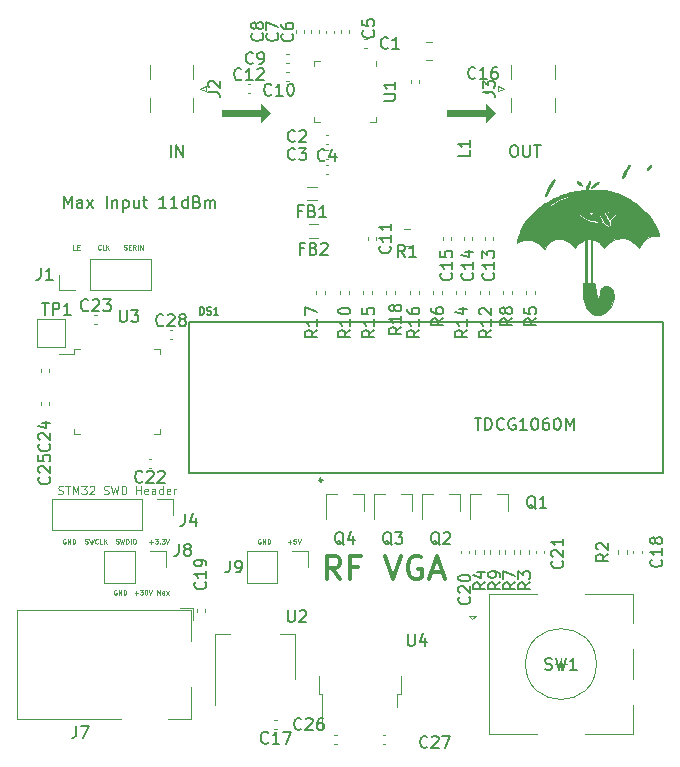
<source format=gto>
G04 #@! TF.GenerationSoftware,KiCad,Pcbnew,(5.1.10)-1*
G04 #@! TF.CreationDate,2021-09-22T21:53:00-04:00*
G04 #@! TF.ProjectId,rf-vga,72662d76-6761-42e6-9b69-6361645f7063,rev?*
G04 #@! TF.SameCoordinates,Original*
G04 #@! TF.FileFunction,Legend,Top*
G04 #@! TF.FilePolarity,Positive*
%FSLAX46Y46*%
G04 Gerber Fmt 4.6, Leading zero omitted, Abs format (unit mm)*
G04 Created by KiCad (PCBNEW (5.1.10)-1) date 2021-09-22 21:53:00*
%MOMM*%
%LPD*%
G01*
G04 APERTURE LIST*
%ADD10C,0.100000*%
%ADD11C,0.300000*%
%ADD12C,0.150000*%
%ADD13C,0.120000*%
%ADD14C,0.010000*%
%ADD15C,0.127000*%
%ADD16C,0.240000*%
G04 APERTURE END LIST*
D10*
G36*
X203200000Y-80264000D02*
G01*
X202438000Y-81026000D01*
X202438000Y-80518000D01*
X199136000Y-80518000D01*
X199136000Y-80010000D01*
X202438000Y-80010000D01*
X202438000Y-79502000D01*
X203200000Y-80264000D01*
G37*
X203200000Y-80264000D02*
X202438000Y-81026000D01*
X202438000Y-80518000D01*
X199136000Y-80518000D01*
X199136000Y-80010000D01*
X202438000Y-80010000D01*
X202438000Y-79502000D01*
X203200000Y-80264000D01*
G36*
X184150000Y-80264000D02*
G01*
X183388000Y-81026000D01*
X183388000Y-80518000D01*
X180086000Y-80518000D01*
X180086000Y-80010000D01*
X183388000Y-80010000D01*
X183388000Y-79502000D01*
X184150000Y-80264000D01*
G37*
X184150000Y-80264000D02*
X183388000Y-81026000D01*
X183388000Y-80518000D01*
X180086000Y-80518000D01*
X180086000Y-80010000D01*
X183388000Y-80010000D01*
X183388000Y-79502000D01*
X184150000Y-80264000D01*
D11*
X190087714Y-119776761D02*
X189421047Y-118824380D01*
X188944857Y-119776761D02*
X188944857Y-117776761D01*
X189706761Y-117776761D01*
X189897238Y-117872000D01*
X189992476Y-117967238D01*
X190087714Y-118157714D01*
X190087714Y-118443428D01*
X189992476Y-118633904D01*
X189897238Y-118729142D01*
X189706761Y-118824380D01*
X188944857Y-118824380D01*
X191611523Y-118729142D02*
X190944857Y-118729142D01*
X190944857Y-119776761D02*
X190944857Y-117776761D01*
X191897238Y-117776761D01*
X193897238Y-117776761D02*
X194563904Y-119776761D01*
X195230571Y-117776761D01*
X196944857Y-117872000D02*
X196754380Y-117776761D01*
X196468666Y-117776761D01*
X196182952Y-117872000D01*
X195992476Y-118062476D01*
X195897238Y-118252952D01*
X195802000Y-118633904D01*
X195802000Y-118919619D01*
X195897238Y-119300571D01*
X195992476Y-119491047D01*
X196182952Y-119681523D01*
X196468666Y-119776761D01*
X196659142Y-119776761D01*
X196944857Y-119681523D01*
X197040095Y-119586285D01*
X197040095Y-118919619D01*
X196659142Y-118919619D01*
X197802000Y-119205333D02*
X198754380Y-119205333D01*
X197611523Y-119776761D02*
X198278190Y-117776761D01*
X198944857Y-119776761D01*
D10*
X183337238Y-116386000D02*
X183299142Y-116366952D01*
X183242000Y-116366952D01*
X183184857Y-116386000D01*
X183146761Y-116424095D01*
X183127714Y-116462190D01*
X183108666Y-116538380D01*
X183108666Y-116595523D01*
X183127714Y-116671714D01*
X183146761Y-116709809D01*
X183184857Y-116747904D01*
X183242000Y-116766952D01*
X183280095Y-116766952D01*
X183337238Y-116747904D01*
X183356285Y-116728857D01*
X183356285Y-116595523D01*
X183280095Y-116595523D01*
X183527714Y-116766952D02*
X183527714Y-116366952D01*
X183756285Y-116766952D01*
X183756285Y-116366952D01*
X183946761Y-116766952D02*
X183946761Y-116366952D01*
X184042000Y-116366952D01*
X184099142Y-116386000D01*
X184137238Y-116424095D01*
X184156285Y-116462190D01*
X184175333Y-116538380D01*
X184175333Y-116595523D01*
X184156285Y-116671714D01*
X184137238Y-116709809D01*
X184099142Y-116747904D01*
X184042000Y-116766952D01*
X183946761Y-116766952D01*
X185667714Y-116614571D02*
X185972476Y-116614571D01*
X185820095Y-116766952D02*
X185820095Y-116462190D01*
X186353428Y-116366952D02*
X186162952Y-116366952D01*
X186143904Y-116557428D01*
X186162952Y-116538380D01*
X186201047Y-116519333D01*
X186296285Y-116519333D01*
X186334380Y-116538380D01*
X186353428Y-116557428D01*
X186372476Y-116595523D01*
X186372476Y-116690761D01*
X186353428Y-116728857D01*
X186334380Y-116747904D01*
X186296285Y-116766952D01*
X186201047Y-116766952D01*
X186162952Y-116747904D01*
X186143904Y-116728857D01*
X186486761Y-116366952D02*
X186620095Y-116766952D01*
X186753428Y-116366952D01*
X171793000Y-91855904D02*
X171850142Y-91874952D01*
X171945380Y-91874952D01*
X171983476Y-91855904D01*
X172002523Y-91836857D01*
X172021571Y-91798761D01*
X172021571Y-91760666D01*
X172002523Y-91722571D01*
X171983476Y-91703523D01*
X171945380Y-91684476D01*
X171869190Y-91665428D01*
X171831095Y-91646380D01*
X171812047Y-91627333D01*
X171793000Y-91589238D01*
X171793000Y-91551142D01*
X171812047Y-91513047D01*
X171831095Y-91494000D01*
X171869190Y-91474952D01*
X171964428Y-91474952D01*
X172021571Y-91494000D01*
X172193000Y-91665428D02*
X172326333Y-91665428D01*
X172383476Y-91874952D02*
X172193000Y-91874952D01*
X172193000Y-91474952D01*
X172383476Y-91474952D01*
X172783476Y-91874952D02*
X172650142Y-91684476D01*
X172554904Y-91874952D02*
X172554904Y-91474952D01*
X172707285Y-91474952D01*
X172745380Y-91494000D01*
X172764428Y-91513047D01*
X172783476Y-91551142D01*
X172783476Y-91608285D01*
X172764428Y-91646380D01*
X172745380Y-91665428D01*
X172707285Y-91684476D01*
X172554904Y-91684476D01*
X172954904Y-91874952D02*
X172954904Y-91474952D01*
X173145380Y-91874952D02*
X173145380Y-91474952D01*
X173373952Y-91874952D01*
X173373952Y-91474952D01*
X169814904Y-91836857D02*
X169795857Y-91855904D01*
X169738714Y-91874952D01*
X169700619Y-91874952D01*
X169643476Y-91855904D01*
X169605380Y-91817809D01*
X169586333Y-91779714D01*
X169567285Y-91703523D01*
X169567285Y-91646380D01*
X169586333Y-91570190D01*
X169605380Y-91532095D01*
X169643476Y-91494000D01*
X169700619Y-91474952D01*
X169738714Y-91474952D01*
X169795857Y-91494000D01*
X169814904Y-91513047D01*
X170176809Y-91874952D02*
X169986333Y-91874952D01*
X169986333Y-91474952D01*
X170310142Y-91874952D02*
X170310142Y-91474952D01*
X170538714Y-91874952D02*
X170367285Y-91646380D01*
X170538714Y-91474952D02*
X170310142Y-91703523D01*
X167709857Y-91874952D02*
X167519380Y-91874952D01*
X167519380Y-91474952D01*
X167843190Y-91665428D02*
X167976523Y-91665428D01*
X168033666Y-91874952D02*
X167843190Y-91874952D01*
X167843190Y-91474952D01*
X168033666Y-91474952D01*
X166229333Y-112551333D02*
X166329333Y-112584666D01*
X166496000Y-112584666D01*
X166562666Y-112551333D01*
X166596000Y-112518000D01*
X166629333Y-112451333D01*
X166629333Y-112384666D01*
X166596000Y-112318000D01*
X166562666Y-112284666D01*
X166496000Y-112251333D01*
X166362666Y-112218000D01*
X166296000Y-112184666D01*
X166262666Y-112151333D01*
X166229333Y-112084666D01*
X166229333Y-112018000D01*
X166262666Y-111951333D01*
X166296000Y-111918000D01*
X166362666Y-111884666D01*
X166529333Y-111884666D01*
X166629333Y-111918000D01*
X166829333Y-111884666D02*
X167229333Y-111884666D01*
X167029333Y-112584666D02*
X167029333Y-111884666D01*
X167462666Y-112584666D02*
X167462666Y-111884666D01*
X167696000Y-112384666D01*
X167929333Y-111884666D01*
X167929333Y-112584666D01*
X168196000Y-111884666D02*
X168629333Y-111884666D01*
X168396000Y-112151333D01*
X168496000Y-112151333D01*
X168562666Y-112184666D01*
X168596000Y-112218000D01*
X168629333Y-112284666D01*
X168629333Y-112451333D01*
X168596000Y-112518000D01*
X168562666Y-112551333D01*
X168496000Y-112584666D01*
X168296000Y-112584666D01*
X168229333Y-112551333D01*
X168196000Y-112518000D01*
X168896000Y-111951333D02*
X168929333Y-111918000D01*
X168996000Y-111884666D01*
X169162666Y-111884666D01*
X169229333Y-111918000D01*
X169262666Y-111951333D01*
X169296000Y-112018000D01*
X169296000Y-112084666D01*
X169262666Y-112184666D01*
X168862666Y-112584666D01*
X169296000Y-112584666D01*
X170096000Y-112551333D02*
X170196000Y-112584666D01*
X170362666Y-112584666D01*
X170429333Y-112551333D01*
X170462666Y-112518000D01*
X170496000Y-112451333D01*
X170496000Y-112384666D01*
X170462666Y-112318000D01*
X170429333Y-112284666D01*
X170362666Y-112251333D01*
X170229333Y-112218000D01*
X170162666Y-112184666D01*
X170129333Y-112151333D01*
X170096000Y-112084666D01*
X170096000Y-112018000D01*
X170129333Y-111951333D01*
X170162666Y-111918000D01*
X170229333Y-111884666D01*
X170396000Y-111884666D01*
X170496000Y-111918000D01*
X170729333Y-111884666D02*
X170896000Y-112584666D01*
X171029333Y-112084666D01*
X171162666Y-112584666D01*
X171329333Y-111884666D01*
X171596000Y-112584666D02*
X171596000Y-111884666D01*
X171762666Y-111884666D01*
X171862666Y-111918000D01*
X171929333Y-111984666D01*
X171962666Y-112051333D01*
X171996000Y-112184666D01*
X171996000Y-112284666D01*
X171962666Y-112418000D01*
X171929333Y-112484666D01*
X171862666Y-112551333D01*
X171762666Y-112584666D01*
X171596000Y-112584666D01*
X172829333Y-112584666D02*
X172829333Y-111884666D01*
X172829333Y-112218000D02*
X173229333Y-112218000D01*
X173229333Y-112584666D02*
X173229333Y-111884666D01*
X173829333Y-112551333D02*
X173762666Y-112584666D01*
X173629333Y-112584666D01*
X173562666Y-112551333D01*
X173529333Y-112484666D01*
X173529333Y-112218000D01*
X173562666Y-112151333D01*
X173629333Y-112118000D01*
X173762666Y-112118000D01*
X173829333Y-112151333D01*
X173862666Y-112218000D01*
X173862666Y-112284666D01*
X173529333Y-112351333D01*
X174462666Y-112584666D02*
X174462666Y-112218000D01*
X174429333Y-112151333D01*
X174362666Y-112118000D01*
X174229333Y-112118000D01*
X174162666Y-112151333D01*
X174462666Y-112551333D02*
X174396000Y-112584666D01*
X174229333Y-112584666D01*
X174162666Y-112551333D01*
X174129333Y-112484666D01*
X174129333Y-112418000D01*
X174162666Y-112351333D01*
X174229333Y-112318000D01*
X174396000Y-112318000D01*
X174462666Y-112284666D01*
X175096000Y-112584666D02*
X175096000Y-111884666D01*
X175096000Y-112551333D02*
X175029333Y-112584666D01*
X174896000Y-112584666D01*
X174829333Y-112551333D01*
X174796000Y-112518000D01*
X174762666Y-112451333D01*
X174762666Y-112251333D01*
X174796000Y-112184666D01*
X174829333Y-112151333D01*
X174896000Y-112118000D01*
X175029333Y-112118000D01*
X175096000Y-112151333D01*
X175696000Y-112551333D02*
X175629333Y-112584666D01*
X175496000Y-112584666D01*
X175429333Y-112551333D01*
X175396000Y-112484666D01*
X175396000Y-112218000D01*
X175429333Y-112151333D01*
X175496000Y-112118000D01*
X175629333Y-112118000D01*
X175696000Y-112151333D01*
X175729333Y-112218000D01*
X175729333Y-112284666D01*
X175396000Y-112351333D01*
X176029333Y-112584666D02*
X176029333Y-112118000D01*
X176029333Y-112251333D02*
X176062666Y-112184666D01*
X176096000Y-112151333D01*
X176162666Y-112118000D01*
X176229333Y-112118000D01*
X172688428Y-120932571D02*
X172993190Y-120932571D01*
X172840809Y-121084952D02*
X172840809Y-120780190D01*
X173145571Y-120684952D02*
X173393190Y-120684952D01*
X173259857Y-120837333D01*
X173317000Y-120837333D01*
X173355095Y-120856380D01*
X173374142Y-120875428D01*
X173393190Y-120913523D01*
X173393190Y-121008761D01*
X173374142Y-121046857D01*
X173355095Y-121065904D01*
X173317000Y-121084952D01*
X173202714Y-121084952D01*
X173164619Y-121065904D01*
X173145571Y-121046857D01*
X173640809Y-120684952D02*
X173678904Y-120684952D01*
X173717000Y-120704000D01*
X173736047Y-120723047D01*
X173755095Y-120761142D01*
X173774142Y-120837333D01*
X173774142Y-120932571D01*
X173755095Y-121008761D01*
X173736047Y-121046857D01*
X173717000Y-121065904D01*
X173678904Y-121084952D01*
X173640809Y-121084952D01*
X173602714Y-121065904D01*
X173583666Y-121046857D01*
X173564619Y-121008761D01*
X173545571Y-120932571D01*
X173545571Y-120837333D01*
X173564619Y-120761142D01*
X173583666Y-120723047D01*
X173602714Y-120704000D01*
X173640809Y-120684952D01*
X173888428Y-120684952D02*
X174021761Y-121084952D01*
X174155095Y-120684952D01*
X174593190Y-121084952D02*
X174593190Y-120684952D01*
X174726523Y-120970666D01*
X174859857Y-120684952D01*
X174859857Y-121084952D01*
X175221761Y-121084952D02*
X175221761Y-120875428D01*
X175202714Y-120837333D01*
X175164619Y-120818285D01*
X175088428Y-120818285D01*
X175050333Y-120837333D01*
X175221761Y-121065904D02*
X175183666Y-121084952D01*
X175088428Y-121084952D01*
X175050333Y-121065904D01*
X175031285Y-121027809D01*
X175031285Y-120989714D01*
X175050333Y-120951619D01*
X175088428Y-120932571D01*
X175183666Y-120932571D01*
X175221761Y-120913523D01*
X175374142Y-121084952D02*
X175583666Y-120818285D01*
X175374142Y-120818285D02*
X175583666Y-121084952D01*
X171145238Y-120704000D02*
X171107142Y-120684952D01*
X171050000Y-120684952D01*
X170992857Y-120704000D01*
X170954761Y-120742095D01*
X170935714Y-120780190D01*
X170916666Y-120856380D01*
X170916666Y-120913523D01*
X170935714Y-120989714D01*
X170954761Y-121027809D01*
X170992857Y-121065904D01*
X171050000Y-121084952D01*
X171088095Y-121084952D01*
X171145238Y-121065904D01*
X171164285Y-121046857D01*
X171164285Y-120913523D01*
X171088095Y-120913523D01*
X171335714Y-121084952D02*
X171335714Y-120684952D01*
X171564285Y-121084952D01*
X171564285Y-120684952D01*
X171754761Y-121084952D02*
X171754761Y-120684952D01*
X171850000Y-120684952D01*
X171907142Y-120704000D01*
X171945238Y-120742095D01*
X171964285Y-120780190D01*
X171983333Y-120856380D01*
X171983333Y-120913523D01*
X171964285Y-120989714D01*
X171945238Y-121027809D01*
X171907142Y-121065904D01*
X171850000Y-121084952D01*
X171754761Y-121084952D01*
X173952000Y-116614571D02*
X174256761Y-116614571D01*
X174104380Y-116766952D02*
X174104380Y-116462190D01*
X174409142Y-116366952D02*
X174656761Y-116366952D01*
X174523428Y-116519333D01*
X174580571Y-116519333D01*
X174618666Y-116538380D01*
X174637714Y-116557428D01*
X174656761Y-116595523D01*
X174656761Y-116690761D01*
X174637714Y-116728857D01*
X174618666Y-116747904D01*
X174580571Y-116766952D01*
X174466285Y-116766952D01*
X174428190Y-116747904D01*
X174409142Y-116728857D01*
X174828190Y-116728857D02*
X174847238Y-116747904D01*
X174828190Y-116766952D01*
X174809142Y-116747904D01*
X174828190Y-116728857D01*
X174828190Y-116766952D01*
X174980571Y-116366952D02*
X175228190Y-116366952D01*
X175094857Y-116519333D01*
X175152000Y-116519333D01*
X175190095Y-116538380D01*
X175209142Y-116557428D01*
X175228190Y-116595523D01*
X175228190Y-116690761D01*
X175209142Y-116728857D01*
X175190095Y-116747904D01*
X175152000Y-116766952D01*
X175037714Y-116766952D01*
X174999619Y-116747904D01*
X174980571Y-116728857D01*
X175342476Y-116366952D02*
X175475809Y-116766952D01*
X175609142Y-116366952D01*
X166827238Y-116386000D02*
X166789142Y-116366952D01*
X166732000Y-116366952D01*
X166674857Y-116386000D01*
X166636761Y-116424095D01*
X166617714Y-116462190D01*
X166598666Y-116538380D01*
X166598666Y-116595523D01*
X166617714Y-116671714D01*
X166636761Y-116709809D01*
X166674857Y-116747904D01*
X166732000Y-116766952D01*
X166770095Y-116766952D01*
X166827238Y-116747904D01*
X166846285Y-116728857D01*
X166846285Y-116595523D01*
X166770095Y-116595523D01*
X167017714Y-116766952D02*
X167017714Y-116366952D01*
X167246285Y-116766952D01*
X167246285Y-116366952D01*
X167436761Y-116766952D02*
X167436761Y-116366952D01*
X167532000Y-116366952D01*
X167589142Y-116386000D01*
X167627238Y-116424095D01*
X167646285Y-116462190D01*
X167665333Y-116538380D01*
X167665333Y-116595523D01*
X167646285Y-116671714D01*
X167627238Y-116709809D01*
X167589142Y-116747904D01*
X167532000Y-116766952D01*
X167436761Y-116766952D01*
X171110380Y-116747904D02*
X171167523Y-116766952D01*
X171262761Y-116766952D01*
X171300857Y-116747904D01*
X171319904Y-116728857D01*
X171338952Y-116690761D01*
X171338952Y-116652666D01*
X171319904Y-116614571D01*
X171300857Y-116595523D01*
X171262761Y-116576476D01*
X171186571Y-116557428D01*
X171148476Y-116538380D01*
X171129428Y-116519333D01*
X171110380Y-116481238D01*
X171110380Y-116443142D01*
X171129428Y-116405047D01*
X171148476Y-116386000D01*
X171186571Y-116366952D01*
X171281809Y-116366952D01*
X171338952Y-116386000D01*
X171472285Y-116366952D02*
X171567523Y-116766952D01*
X171643714Y-116481238D01*
X171719904Y-116766952D01*
X171815142Y-116366952D01*
X171967523Y-116766952D02*
X171967523Y-116366952D01*
X172062761Y-116366952D01*
X172119904Y-116386000D01*
X172158000Y-116424095D01*
X172177047Y-116462190D01*
X172196095Y-116538380D01*
X172196095Y-116595523D01*
X172177047Y-116671714D01*
X172158000Y-116709809D01*
X172119904Y-116747904D01*
X172062761Y-116766952D01*
X171967523Y-116766952D01*
X172367523Y-116766952D02*
X172367523Y-116366952D01*
X172634190Y-116366952D02*
X172710380Y-116366952D01*
X172748476Y-116386000D01*
X172786571Y-116424095D01*
X172805619Y-116500285D01*
X172805619Y-116633619D01*
X172786571Y-116709809D01*
X172748476Y-116747904D01*
X172710380Y-116766952D01*
X172634190Y-116766952D01*
X172596095Y-116747904D01*
X172558000Y-116709809D01*
X172538952Y-116633619D01*
X172538952Y-116500285D01*
X172558000Y-116424095D01*
X172596095Y-116386000D01*
X172634190Y-116366952D01*
X168513238Y-116747904D02*
X168570380Y-116766952D01*
X168665619Y-116766952D01*
X168703714Y-116747904D01*
X168722761Y-116728857D01*
X168741809Y-116690761D01*
X168741809Y-116652666D01*
X168722761Y-116614571D01*
X168703714Y-116595523D01*
X168665619Y-116576476D01*
X168589428Y-116557428D01*
X168551333Y-116538380D01*
X168532285Y-116519333D01*
X168513238Y-116481238D01*
X168513238Y-116443142D01*
X168532285Y-116405047D01*
X168551333Y-116386000D01*
X168589428Y-116366952D01*
X168684666Y-116366952D01*
X168741809Y-116386000D01*
X168875142Y-116366952D02*
X168970380Y-116766952D01*
X169046571Y-116481238D01*
X169122761Y-116766952D01*
X169218000Y-116366952D01*
X169598952Y-116728857D02*
X169579904Y-116747904D01*
X169522761Y-116766952D01*
X169484666Y-116766952D01*
X169427523Y-116747904D01*
X169389428Y-116709809D01*
X169370380Y-116671714D01*
X169351333Y-116595523D01*
X169351333Y-116538380D01*
X169370380Y-116462190D01*
X169389428Y-116424095D01*
X169427523Y-116386000D01*
X169484666Y-116366952D01*
X169522761Y-116366952D01*
X169579904Y-116386000D01*
X169598952Y-116405047D01*
X169960857Y-116766952D02*
X169770380Y-116766952D01*
X169770380Y-116366952D01*
X170094190Y-116766952D02*
X170094190Y-116366952D01*
X170322761Y-116766952D02*
X170151333Y-116538380D01*
X170322761Y-116366952D02*
X170094190Y-116595523D01*
D12*
X204740000Y-83018380D02*
X204930476Y-83018380D01*
X205025714Y-83066000D01*
X205120952Y-83161238D01*
X205168571Y-83351714D01*
X205168571Y-83685047D01*
X205120952Y-83875523D01*
X205025714Y-83970761D01*
X204930476Y-84018380D01*
X204740000Y-84018380D01*
X204644761Y-83970761D01*
X204549523Y-83875523D01*
X204501904Y-83685047D01*
X204501904Y-83351714D01*
X204549523Y-83161238D01*
X204644761Y-83066000D01*
X204740000Y-83018380D01*
X205597142Y-83018380D02*
X205597142Y-83827904D01*
X205644761Y-83923142D01*
X205692380Y-83970761D01*
X205787619Y-84018380D01*
X205978095Y-84018380D01*
X206073333Y-83970761D01*
X206120952Y-83923142D01*
X206168571Y-83827904D01*
X206168571Y-83018380D01*
X206501904Y-83018380D02*
X207073333Y-83018380D01*
X206787619Y-84018380D02*
X206787619Y-83018380D01*
X175752190Y-84018380D02*
X175752190Y-83018380D01*
X176228380Y-84018380D02*
X176228380Y-83018380D01*
X176799809Y-84018380D01*
X176799809Y-83018380D01*
X166705595Y-88336380D02*
X166705595Y-87336380D01*
X167038928Y-88050666D01*
X167372261Y-87336380D01*
X167372261Y-88336380D01*
X168277023Y-88336380D02*
X168277023Y-87812571D01*
X168229404Y-87717333D01*
X168134166Y-87669714D01*
X167943690Y-87669714D01*
X167848452Y-87717333D01*
X168277023Y-88288761D02*
X168181785Y-88336380D01*
X167943690Y-88336380D01*
X167848452Y-88288761D01*
X167800833Y-88193523D01*
X167800833Y-88098285D01*
X167848452Y-88003047D01*
X167943690Y-87955428D01*
X168181785Y-87955428D01*
X168277023Y-87907809D01*
X168657976Y-88336380D02*
X169181785Y-87669714D01*
X168657976Y-87669714D02*
X169181785Y-88336380D01*
X170324642Y-88336380D02*
X170324642Y-87336380D01*
X170800833Y-87669714D02*
X170800833Y-88336380D01*
X170800833Y-87764952D02*
X170848452Y-87717333D01*
X170943690Y-87669714D01*
X171086547Y-87669714D01*
X171181785Y-87717333D01*
X171229404Y-87812571D01*
X171229404Y-88336380D01*
X171705595Y-87669714D02*
X171705595Y-88669714D01*
X171705595Y-87717333D02*
X171800833Y-87669714D01*
X171991309Y-87669714D01*
X172086547Y-87717333D01*
X172134166Y-87764952D01*
X172181785Y-87860190D01*
X172181785Y-88145904D01*
X172134166Y-88241142D01*
X172086547Y-88288761D01*
X171991309Y-88336380D01*
X171800833Y-88336380D01*
X171705595Y-88288761D01*
X173038928Y-87669714D02*
X173038928Y-88336380D01*
X172610357Y-87669714D02*
X172610357Y-88193523D01*
X172657976Y-88288761D01*
X172753214Y-88336380D01*
X172896071Y-88336380D01*
X172991309Y-88288761D01*
X173038928Y-88241142D01*
X173372261Y-87669714D02*
X173753214Y-87669714D01*
X173515119Y-87336380D02*
X173515119Y-88193523D01*
X173562738Y-88288761D01*
X173657976Y-88336380D01*
X173753214Y-88336380D01*
X175372261Y-88336380D02*
X174800833Y-88336380D01*
X175086547Y-88336380D02*
X175086547Y-87336380D01*
X174991309Y-87479238D01*
X174896071Y-87574476D01*
X174800833Y-87622095D01*
X176324642Y-88336380D02*
X175753214Y-88336380D01*
X176038928Y-88336380D02*
X176038928Y-87336380D01*
X175943690Y-87479238D01*
X175848452Y-87574476D01*
X175753214Y-87622095D01*
X177181785Y-88336380D02*
X177181785Y-87336380D01*
X177181785Y-88288761D02*
X177086547Y-88336380D01*
X176896071Y-88336380D01*
X176800833Y-88288761D01*
X176753214Y-88241142D01*
X176705595Y-88145904D01*
X176705595Y-87860190D01*
X176753214Y-87764952D01*
X176800833Y-87717333D01*
X176896071Y-87669714D01*
X177086547Y-87669714D01*
X177181785Y-87717333D01*
X177991309Y-87812571D02*
X178134166Y-87860190D01*
X178181785Y-87907809D01*
X178229404Y-88003047D01*
X178229404Y-88145904D01*
X178181785Y-88241142D01*
X178134166Y-88288761D01*
X178038928Y-88336380D01*
X177657976Y-88336380D01*
X177657976Y-87336380D01*
X177991309Y-87336380D01*
X178086547Y-87384000D01*
X178134166Y-87431619D01*
X178181785Y-87526857D01*
X178181785Y-87622095D01*
X178134166Y-87717333D01*
X178086547Y-87764952D01*
X177991309Y-87812571D01*
X177657976Y-87812571D01*
X178657976Y-88336380D02*
X178657976Y-87669714D01*
X178657976Y-87764952D02*
X178705595Y-87717333D01*
X178800833Y-87669714D01*
X178943690Y-87669714D01*
X179038928Y-87717333D01*
X179086547Y-87812571D01*
X179086547Y-88336380D01*
X179086547Y-87812571D02*
X179134166Y-87717333D01*
X179229404Y-87669714D01*
X179372261Y-87669714D01*
X179467500Y-87717333D01*
X179515119Y-87812571D01*
X179515119Y-88336380D01*
D13*
X195975464Y-90120800D02*
X195521336Y-90120800D01*
X195975464Y-91590800D02*
X195521336Y-91590800D01*
X188232622Y-89737000D02*
X187433378Y-89737000D01*
X188232622Y-90857000D02*
X187433378Y-90857000D01*
X188105622Y-86562000D02*
X187306378Y-86562000D01*
X188105622Y-87682000D02*
X187306378Y-87682000D01*
X197350748Y-74322000D02*
X197873252Y-74322000D01*
X197350748Y-75792000D02*
X197873252Y-75792000D01*
X196058200Y-77753080D02*
X196058200Y-77552680D01*
X196778200Y-77753080D02*
X196778200Y-77552680D01*
D14*
G36*
X216399560Y-84702579D02*
G01*
X216404951Y-84756679D01*
X216378462Y-84841644D01*
X216357044Y-84887105D01*
X216296273Y-84989763D01*
X216231509Y-85072427D01*
X216168806Y-85130878D01*
X216114219Y-85160898D01*
X216073801Y-85158270D01*
X216053608Y-85118775D01*
X216052400Y-85099348D01*
X216068305Y-85027157D01*
X216110055Y-84940133D01*
X216168698Y-84850289D01*
X216235286Y-84769635D01*
X216300867Y-84710183D01*
X216356492Y-84683946D01*
X216362182Y-84683600D01*
X216399560Y-84702579D01*
G37*
X216399560Y-84702579D02*
X216404951Y-84756679D01*
X216378462Y-84841644D01*
X216357044Y-84887105D01*
X216296273Y-84989763D01*
X216231509Y-85072427D01*
X216168806Y-85130878D01*
X216114219Y-85160898D01*
X216073801Y-85158270D01*
X216053608Y-85118775D01*
X216052400Y-85099348D01*
X216068305Y-85027157D01*
X216110055Y-84940133D01*
X216168698Y-84850289D01*
X216235286Y-84769635D01*
X216300867Y-84710183D01*
X216356492Y-84683946D01*
X216362182Y-84683600D01*
X216399560Y-84702579D01*
G36*
X214602999Y-84669910D02*
G01*
X214628620Y-84713955D01*
X214616617Y-84789721D01*
X214567477Y-84895344D01*
X214526396Y-84963018D01*
X214472874Y-85050377D01*
X214405305Y-85167281D01*
X214332631Y-85297968D01*
X214268432Y-85417806D01*
X214176983Y-85586690D01*
X214103547Y-85709491D01*
X214047144Y-85787241D01*
X214006797Y-85820974D01*
X213981528Y-85811722D01*
X213970359Y-85760519D01*
X213969600Y-85733464D01*
X213980104Y-85669588D01*
X214012991Y-85577726D01*
X214070322Y-85452813D01*
X214136875Y-85322443D01*
X214254102Y-85105208D01*
X214353473Y-84933387D01*
X214436184Y-84805304D01*
X214503434Y-84719282D01*
X214556420Y-84673645D01*
X214596340Y-84666715D01*
X214602999Y-84669910D01*
G37*
X214602999Y-84669910D02*
X214628620Y-84713955D01*
X214616617Y-84789721D01*
X214567477Y-84895344D01*
X214526396Y-84963018D01*
X214472874Y-85050377D01*
X214405305Y-85167281D01*
X214332631Y-85297968D01*
X214268432Y-85417806D01*
X214176983Y-85586690D01*
X214103547Y-85709491D01*
X214047144Y-85787241D01*
X214006797Y-85820974D01*
X213981528Y-85811722D01*
X213970359Y-85760519D01*
X213969600Y-85733464D01*
X213980104Y-85669588D01*
X214012991Y-85577726D01*
X214070322Y-85452813D01*
X214136875Y-85322443D01*
X214254102Y-85105208D01*
X214353473Y-84933387D01*
X214436184Y-84805304D01*
X214503434Y-84719282D01*
X214556420Y-84673645D01*
X214596340Y-84666715D01*
X214602999Y-84669910D01*
G36*
X210172419Y-86044897D02*
G01*
X210237073Y-86073725D01*
X210318242Y-86121205D01*
X210404700Y-86180370D01*
X210485221Y-86244251D01*
X210531514Y-86287501D01*
X210592461Y-86364359D01*
X210610964Y-86420618D01*
X210592418Y-86452776D01*
X210542216Y-86457330D01*
X210465752Y-86430778D01*
X210385660Y-86382219D01*
X210253293Y-86280233D01*
X210162756Y-86192562D01*
X210115305Y-86120918D01*
X210112198Y-86067010D01*
X210135508Y-86041691D01*
X210172419Y-86044897D01*
G37*
X210172419Y-86044897D02*
X210237073Y-86073725D01*
X210318242Y-86121205D01*
X210404700Y-86180370D01*
X210485221Y-86244251D01*
X210531514Y-86287501D01*
X210592461Y-86364359D01*
X210610964Y-86420618D01*
X210592418Y-86452776D01*
X210542216Y-86457330D01*
X210465752Y-86430778D01*
X210385660Y-86382219D01*
X210253293Y-86280233D01*
X210162756Y-86192562D01*
X210115305Y-86120918D01*
X210112198Y-86067010D01*
X210135508Y-86041691D01*
X210172419Y-86044897D01*
G36*
X211983961Y-86186706D02*
G01*
X211968526Y-86227682D01*
X211921211Y-86282844D01*
X211845348Y-86347339D01*
X211744273Y-86416312D01*
X211727289Y-86426657D01*
X211636398Y-86483447D01*
X211552906Y-86539422D01*
X211497501Y-86580434D01*
X211427374Y-86623659D01*
X211363463Y-86639268D01*
X211317898Y-86626629D01*
X211302600Y-86590569D01*
X211324301Y-86536976D01*
X211382998Y-86469920D01*
X211469083Y-86396154D01*
X211572946Y-86322429D01*
X211684978Y-86255496D01*
X211795570Y-86202107D01*
X211895112Y-86169012D01*
X211905850Y-86166727D01*
X211964180Y-86164770D01*
X211983961Y-86186706D01*
G37*
X211983961Y-86186706D02*
X211968526Y-86227682D01*
X211921211Y-86282844D01*
X211845348Y-86347339D01*
X211744273Y-86416312D01*
X211727289Y-86426657D01*
X211636398Y-86483447D01*
X211552906Y-86539422D01*
X211497501Y-86580434D01*
X211427374Y-86623659D01*
X211363463Y-86639268D01*
X211317898Y-86626629D01*
X211302600Y-86590569D01*
X211324301Y-86536976D01*
X211382998Y-86469920D01*
X211469083Y-86396154D01*
X211572946Y-86322429D01*
X211684978Y-86255496D01*
X211795570Y-86202107D01*
X211895112Y-86169012D01*
X211905850Y-86166727D01*
X211964180Y-86164770D01*
X211983961Y-86186706D01*
G36*
X208245343Y-85936039D02*
G01*
X208254600Y-85958166D01*
X208242973Y-85989277D01*
X208210714Y-86057067D01*
X208161755Y-86153745D01*
X208100028Y-86271526D01*
X208039805Y-86383616D01*
X207958813Y-86534861D01*
X207876432Y-86692395D01*
X207799995Y-86841947D01*
X207736836Y-86969244D01*
X207710317Y-87024810D01*
X207647547Y-87147663D01*
X207587265Y-87245083D01*
X207533220Y-87313740D01*
X207489164Y-87350305D01*
X207458848Y-87351449D01*
X207446022Y-87313842D01*
X207450592Y-87255350D01*
X207470497Y-87186572D01*
X207511627Y-87082562D01*
X207569583Y-86951919D01*
X207639971Y-86803244D01*
X207718391Y-86645138D01*
X207800449Y-86486200D01*
X207881746Y-86335033D01*
X207957887Y-86200236D01*
X208024473Y-86090409D01*
X208077110Y-86014155D01*
X208096781Y-85991345D01*
X208153386Y-85948769D01*
X208207550Y-85929357D01*
X208245343Y-85936039D01*
G37*
X208245343Y-85936039D02*
X208254600Y-85958166D01*
X208242973Y-85989277D01*
X208210714Y-86057067D01*
X208161755Y-86153745D01*
X208100028Y-86271526D01*
X208039805Y-86383616D01*
X207958813Y-86534861D01*
X207876432Y-86692395D01*
X207799995Y-86841947D01*
X207736836Y-86969244D01*
X207710317Y-87024810D01*
X207647547Y-87147663D01*
X207587265Y-87245083D01*
X207533220Y-87313740D01*
X207489164Y-87350305D01*
X207458848Y-87351449D01*
X207446022Y-87313842D01*
X207450592Y-87255350D01*
X207470497Y-87186572D01*
X207511627Y-87082562D01*
X207569583Y-86951919D01*
X207639971Y-86803244D01*
X207718391Y-86645138D01*
X207800449Y-86486200D01*
X207881746Y-86335033D01*
X207957887Y-86200236D01*
X208024473Y-86090409D01*
X208077110Y-86014155D01*
X208096781Y-85991345D01*
X208153386Y-85948769D01*
X208207550Y-85929357D01*
X208245343Y-85936039D01*
G36*
X211248314Y-86086801D02*
G01*
X211265755Y-86132313D01*
X211257387Y-86204687D01*
X211223286Y-86311315D01*
X211208051Y-86351085D01*
X211165415Y-86463669D01*
X211125219Y-86576724D01*
X211095333Y-86668016D01*
X211092506Y-86677500D01*
X211055315Y-86804500D01*
X211655207Y-86806297D01*
X211934621Y-86809583D01*
X212174858Y-86818524D01*
X212387360Y-86834468D01*
X212583568Y-86858762D01*
X212774923Y-86892752D01*
X212972865Y-86937786D01*
X213136486Y-86980703D01*
X213568704Y-87119384D01*
X214004622Y-87297600D01*
X214428215Y-87508071D01*
X214823460Y-87743516D01*
X214841433Y-87755313D01*
X215189743Y-88003747D01*
X215524577Y-88279175D01*
X215840758Y-88575750D01*
X216133111Y-88887622D01*
X216396457Y-89208944D01*
X216625622Y-89533867D01*
X216815430Y-89856543D01*
X216944932Y-90131900D01*
X216994785Y-90260292D01*
X217039643Y-90388873D01*
X217076777Y-90508214D01*
X217103459Y-90608884D01*
X217116959Y-90681454D01*
X217114547Y-90716493D01*
X217114222Y-90716844D01*
X217083218Y-90720510D01*
X217017411Y-90715046D01*
X216940854Y-90703301D01*
X216813463Y-90687626D01*
X216692125Y-90691210D01*
X216559400Y-90715852D01*
X216415862Y-90757504D01*
X216213041Y-90846555D01*
X216013504Y-90979039D01*
X215825440Y-91147824D01*
X215657040Y-91345779D01*
X215544283Y-91516399D01*
X215439491Y-91695827D01*
X215381019Y-91650463D01*
X215339507Y-91616246D01*
X215269777Y-91556676D01*
X215181579Y-91480152D01*
X215085233Y-91395580D01*
X214845699Y-91206710D01*
X214607533Y-91066063D01*
X214365288Y-90971521D01*
X214113516Y-90920965D01*
X213846769Y-90912278D01*
X213842600Y-90912457D01*
X213595335Y-90941518D01*
X213366069Y-91008040D01*
X213148919Y-91115067D01*
X212938002Y-91265644D01*
X212727434Y-91462814D01*
X212678832Y-91514640D01*
X212596500Y-91602837D01*
X212526136Y-91675409D01*
X212474945Y-91725121D01*
X212450132Y-91744737D01*
X212449658Y-91744800D01*
X212427346Y-91724619D01*
X212394218Y-91674496D01*
X212384989Y-91657967D01*
X212320415Y-91563960D01*
X212224506Y-91456358D01*
X212109676Y-91347387D01*
X211988337Y-91249274D01*
X211926732Y-91206568D01*
X211848476Y-91162305D01*
X211748993Y-91114818D01*
X211642748Y-91069997D01*
X211544204Y-91033732D01*
X211467826Y-91011914D01*
X211439624Y-91008200D01*
X211437986Y-91032934D01*
X211436432Y-91104474D01*
X211434983Y-91218827D01*
X211433660Y-91371999D01*
X211432486Y-91559996D01*
X211431481Y-91778823D01*
X211430669Y-92024488D01*
X211430070Y-92292997D01*
X211429707Y-92580355D01*
X211429600Y-92849700D01*
X211429600Y-94691200D01*
X211514563Y-94691200D01*
X211578700Y-94697166D01*
X211626182Y-94719599D01*
X211660172Y-94765302D01*
X211683834Y-94841074D01*
X211700334Y-94953719D01*
X211712834Y-95110037D01*
X211713377Y-95118585D01*
X211727631Y-95280067D01*
X211749105Y-95440852D01*
X211775963Y-95593057D01*
X211806367Y-95728801D01*
X211838482Y-95840202D01*
X211870470Y-95919379D01*
X211900495Y-95958450D01*
X211909727Y-95961200D01*
X211942109Y-95941786D01*
X211985532Y-95894737D01*
X212026399Y-95836841D01*
X212050294Y-95787655D01*
X212059171Y-95745698D01*
X212072647Y-95666125D01*
X212088649Y-95561681D01*
X212100201Y-95480906D01*
X212124034Y-95334636D01*
X212152000Y-95227780D01*
X212189530Y-95148969D01*
X212242056Y-95086833D01*
X212315007Y-95030003D01*
X212315867Y-95029417D01*
X212406048Y-94987972D01*
X212524903Y-94959632D01*
X212651216Y-94947923D01*
X212759781Y-94955601D01*
X212884322Y-95003737D01*
X212999732Y-95096063D01*
X213100632Y-95226105D01*
X213181644Y-95387393D01*
X213222968Y-95512894D01*
X213246079Y-95646041D01*
X213255922Y-95808986D01*
X213252609Y-95982517D01*
X213236247Y-96147425D01*
X213218827Y-96240214D01*
X213138949Y-96485129D01*
X213021144Y-96714973D01*
X212871328Y-96922675D01*
X212695419Y-97101161D01*
X212499330Y-97243361D01*
X212300398Y-97338164D01*
X212177020Y-97370677D01*
X212028731Y-97392089D01*
X211875000Y-97401064D01*
X211735294Y-97396266D01*
X211651024Y-97382724D01*
X211474660Y-97315545D01*
X211299569Y-97206146D01*
X211136134Y-97062284D01*
X210995953Y-96893445D01*
X210890011Y-96713637D01*
X210802662Y-96500985D01*
X210733187Y-96252335D01*
X210680867Y-95964535D01*
X210644982Y-95634432D01*
X210625124Y-95268646D01*
X210620039Y-95100386D01*
X210617554Y-94975393D01*
X210618098Y-94886182D01*
X210621860Y-94828907D01*
X210848211Y-94828907D01*
X210864809Y-94832115D01*
X210923214Y-94834118D01*
X210985100Y-94834584D01*
X211071315Y-94833737D01*
X211120549Y-94831343D01*
X211127613Y-94827810D01*
X211106516Y-94825039D01*
X211010623Y-94821074D01*
X210904492Y-94823179D01*
X210877916Y-94824898D01*
X210848211Y-94828907D01*
X210621860Y-94828907D01*
X210622100Y-94825267D01*
X210622925Y-94821067D01*
X211340700Y-94821067D01*
X211429600Y-94852872D01*
X211498502Y-94874753D01*
X211527785Y-94874979D01*
X211524041Y-94852994D01*
X211519544Y-94845289D01*
X211484746Y-94826800D01*
X211423858Y-94819605D01*
X211421750Y-94819633D01*
X211340700Y-94821067D01*
X210622925Y-94821067D01*
X210629986Y-94785161D01*
X210642186Y-94758378D01*
X210655265Y-94741596D01*
X210711921Y-94702846D01*
X210760436Y-94691200D01*
X210972068Y-94691200D01*
X211302600Y-94691200D01*
X211302600Y-90980375D01*
X211143850Y-90987937D01*
X210985100Y-90995500D01*
X210972068Y-94691200D01*
X210760436Y-94691200D01*
X210807458Y-94678343D01*
X210820456Y-94634050D01*
X210821844Y-94591778D01*
X210825447Y-94507544D01*
X210830858Y-94390116D01*
X210837673Y-94248263D01*
X210845485Y-94090755D01*
X210846587Y-94068900D01*
X210852568Y-93910827D01*
X210856974Y-93708308D01*
X210859775Y-93467674D01*
X210860939Y-93195256D01*
X210860439Y-92897384D01*
X210858244Y-92580390D01*
X210854952Y-92295469D01*
X210837642Y-91030039D01*
X210772713Y-91046336D01*
X210621214Y-91102624D01*
X210459148Y-91193784D01*
X210300026Y-91309956D01*
X210157363Y-91441283D01*
X210045300Y-91576993D01*
X209943700Y-91724804D01*
X209867500Y-91629694D01*
X209682783Y-91415832D01*
X209505384Y-91247355D01*
X209329006Y-91120706D01*
X209147356Y-91032326D01*
X208954139Y-90978658D01*
X208743060Y-90956144D01*
X208673700Y-90954933D01*
X208400829Y-90977083D01*
X208153030Y-91042034D01*
X207932577Y-91148213D01*
X207741739Y-91294050D01*
X207582790Y-91477973D01*
X207458002Y-91698410D01*
X207405630Y-91832045D01*
X207394232Y-91847422D01*
X207372334Y-91843557D01*
X207334422Y-91816219D01*
X207274982Y-91761176D01*
X207188498Y-91674197D01*
X207155045Y-91639788D01*
X206928206Y-91427286D01*
X206704500Y-91262906D01*
X206479354Y-91144560D01*
X206248193Y-91070157D01*
X206006443Y-91037608D01*
X205837804Y-91038094D01*
X205734185Y-91045910D01*
X205647335Y-91060021D01*
X205560720Y-91084917D01*
X205457807Y-91125093D01*
X205360051Y-91167922D01*
X205254424Y-91213977D01*
X205166827Y-91249691D01*
X205106886Y-91271307D01*
X205084456Y-91275522D01*
X205078672Y-91238939D01*
X205087982Y-91162815D01*
X205110153Y-91055362D01*
X205142950Y-90924792D01*
X205184140Y-90779318D01*
X205231489Y-90627153D01*
X205282764Y-90476507D01*
X205335730Y-90335594D01*
X205349112Y-90302513D01*
X205526712Y-89931912D01*
X205751399Y-89565855D01*
X206019462Y-89208328D01*
X206280042Y-88916178D01*
X210342620Y-88916178D01*
X210356986Y-88982477D01*
X210413454Y-89059309D01*
X210505435Y-89142704D01*
X210626344Y-89228694D01*
X210769595Y-89313312D01*
X210928602Y-89392590D01*
X211096778Y-89462558D01*
X211267538Y-89519250D01*
X211397023Y-89551438D01*
X211538770Y-89574116D01*
X211686787Y-89582389D01*
X211861400Y-89577544D01*
X212025391Y-89571490D01*
X212150218Y-89576128D01*
X212246883Y-89594170D01*
X212326390Y-89628324D01*
X212399744Y-89681304D01*
X212442832Y-89720782D01*
X212574230Y-89831465D01*
X212694767Y-89896191D01*
X212810293Y-89916974D01*
X212926658Y-89895830D01*
X212938537Y-89891498D01*
X212993546Y-89852165D01*
X213019671Y-89783567D01*
X213018157Y-89680116D01*
X213004135Y-89597223D01*
X212989142Y-89498496D01*
X212995837Y-89423366D01*
X213030306Y-89359382D01*
X213098638Y-89294093D01*
X213182776Y-89231853D01*
X213298773Y-89142266D01*
X213392601Y-89053592D01*
X213457363Y-88973376D01*
X213486162Y-88909162D01*
X213487000Y-88899116D01*
X213471542Y-88856836D01*
X213428071Y-88852349D01*
X213360937Y-88884290D01*
X213274492Y-88951295D01*
X213250529Y-88973220D01*
X213160791Y-89051600D01*
X213062498Y-89128402D01*
X212993161Y-89176366D01*
X212867622Y-89255493D01*
X212759177Y-89030017D01*
X212697044Y-88913275D01*
X212633683Y-88815303D01*
X212573543Y-88740005D01*
X212550703Y-88718798D01*
X212654701Y-88718798D01*
X212675212Y-88761520D01*
X212727420Y-88796031D01*
X212782226Y-88780089D01*
X212796120Y-88767920D01*
X212824775Y-88708510D01*
X212809772Y-88645442D01*
X212786370Y-88618833D01*
X212735837Y-88600743D01*
X212690252Y-88620098D01*
X212659808Y-88663811D01*
X212654701Y-88718798D01*
X212550703Y-88718798D01*
X212521071Y-88691285D01*
X212480717Y-88673050D01*
X212456928Y-88689204D01*
X212454154Y-88743652D01*
X212457552Y-88765247D01*
X212476695Y-88837472D01*
X212511196Y-88924102D01*
X212564670Y-89032683D01*
X212640734Y-89170765D01*
X212704640Y-89281000D01*
X212792773Y-89438841D01*
X212849581Y-89560767D01*
X212875711Y-89650336D01*
X212871811Y-89711110D01*
X212838530Y-89746647D01*
X212791683Y-89759242D01*
X212720499Y-89743308D01*
X212635871Y-89683981D01*
X212541658Y-89585632D01*
X212441716Y-89452634D01*
X212339905Y-89289355D01*
X212279903Y-89179400D01*
X212211643Y-89051741D01*
X212159653Y-88964185D01*
X212119541Y-88910424D01*
X212086917Y-88884150D01*
X212070950Y-88879183D01*
X212030836Y-88881113D01*
X212015556Y-88911791D01*
X212013800Y-88949877D01*
X212027695Y-89024191D01*
X212064953Y-89124541D01*
X212118930Y-89235971D01*
X212182982Y-89343525D01*
X212199185Y-89367199D01*
X212251055Y-89440698D01*
X211884777Y-89426650D01*
X211582224Y-89403545D01*
X211317240Y-89357094D01*
X211080839Y-89284274D01*
X210864033Y-89182061D01*
X210657835Y-89047432D01*
X210581983Y-88988435D01*
X210484373Y-88913074D01*
X210417134Y-88871741D01*
X210374549Y-88862710D01*
X210350902Y-88884257D01*
X210342620Y-88916178D01*
X206280042Y-88916178D01*
X206327193Y-88863315D01*
X206408393Y-88785700D01*
X211201000Y-88785700D01*
X211221925Y-88838973D01*
X211271839Y-88890347D01*
X211331443Y-88922132D01*
X211353400Y-88925400D01*
X211408694Y-88908161D01*
X211455000Y-88874600D01*
X211492675Y-88824313D01*
X211505800Y-88785700D01*
X211484874Y-88732426D01*
X211434960Y-88681052D01*
X211375356Y-88649267D01*
X211353400Y-88646000D01*
X211295283Y-88665182D01*
X211239238Y-88710935D01*
X211204564Y-88765572D01*
X211201000Y-88785700D01*
X206408393Y-88785700D01*
X206670880Y-88534802D01*
X207046814Y-88226774D01*
X207214086Y-88109506D01*
X207841725Y-88109506D01*
X207850400Y-88127951D01*
X207885017Y-88151845D01*
X207934390Y-88151094D01*
X208005107Y-88123450D01*
X208103753Y-88066663D01*
X208185117Y-88013630D01*
X208375443Y-87896510D01*
X208594305Y-87778903D01*
X208822105Y-87670466D01*
X209039240Y-87580858D01*
X209126064Y-87549980D01*
X209272249Y-87499412D01*
X209377673Y-87458349D01*
X209450589Y-87422945D01*
X209499250Y-87389356D01*
X209523210Y-87364974D01*
X209537382Y-87340958D01*
X209521691Y-87329138D01*
X209467241Y-87325378D01*
X209437700Y-87325200D01*
X209332007Y-87338633D01*
X209191775Y-87376634D01*
X209024846Y-87435756D01*
X208839057Y-87512551D01*
X208642247Y-87603570D01*
X208442256Y-87705366D01*
X208246921Y-87814491D01*
X208064084Y-87927498D01*
X208055485Y-87933139D01*
X207951830Y-88002712D01*
X207885619Y-88051529D01*
X207850901Y-88085242D01*
X207841725Y-88109506D01*
X207214086Y-88109506D01*
X207451284Y-87943216D01*
X207673737Y-87805527D01*
X207927626Y-87665166D01*
X208212636Y-87524610D01*
X208514728Y-87389785D01*
X208819860Y-87266619D01*
X209113992Y-87161039D01*
X209383085Y-87078974D01*
X209414609Y-87070573D01*
X209541591Y-87036408D01*
X209659796Y-87002907D01*
X209755323Y-86974111D01*
X209810913Y-86955368D01*
X209877874Y-86937296D01*
X209979038Y-86918822D01*
X210097906Y-86902713D01*
X210166513Y-86895717D01*
X210284381Y-86883199D01*
X210390258Y-86868258D01*
X210469292Y-86853172D01*
X210497803Y-86844937D01*
X210562345Y-86829729D01*
X210654326Y-86819427D01*
X210726403Y-86816658D01*
X210883500Y-86816117D01*
X210954930Y-86596715D01*
X211008275Y-86442406D01*
X211061543Y-86305481D01*
X211111593Y-86192670D01*
X211155284Y-86110705D01*
X211189475Y-86066319D01*
X211204985Y-86060761D01*
X211248314Y-86086801D01*
G37*
X211248314Y-86086801D02*
X211265755Y-86132313D01*
X211257387Y-86204687D01*
X211223286Y-86311315D01*
X211208051Y-86351085D01*
X211165415Y-86463669D01*
X211125219Y-86576724D01*
X211095333Y-86668016D01*
X211092506Y-86677500D01*
X211055315Y-86804500D01*
X211655207Y-86806297D01*
X211934621Y-86809583D01*
X212174858Y-86818524D01*
X212387360Y-86834468D01*
X212583568Y-86858762D01*
X212774923Y-86892752D01*
X212972865Y-86937786D01*
X213136486Y-86980703D01*
X213568704Y-87119384D01*
X214004622Y-87297600D01*
X214428215Y-87508071D01*
X214823460Y-87743516D01*
X214841433Y-87755313D01*
X215189743Y-88003747D01*
X215524577Y-88279175D01*
X215840758Y-88575750D01*
X216133111Y-88887622D01*
X216396457Y-89208944D01*
X216625622Y-89533867D01*
X216815430Y-89856543D01*
X216944932Y-90131900D01*
X216994785Y-90260292D01*
X217039643Y-90388873D01*
X217076777Y-90508214D01*
X217103459Y-90608884D01*
X217116959Y-90681454D01*
X217114547Y-90716493D01*
X217114222Y-90716844D01*
X217083218Y-90720510D01*
X217017411Y-90715046D01*
X216940854Y-90703301D01*
X216813463Y-90687626D01*
X216692125Y-90691210D01*
X216559400Y-90715852D01*
X216415862Y-90757504D01*
X216213041Y-90846555D01*
X216013504Y-90979039D01*
X215825440Y-91147824D01*
X215657040Y-91345779D01*
X215544283Y-91516399D01*
X215439491Y-91695827D01*
X215381019Y-91650463D01*
X215339507Y-91616246D01*
X215269777Y-91556676D01*
X215181579Y-91480152D01*
X215085233Y-91395580D01*
X214845699Y-91206710D01*
X214607533Y-91066063D01*
X214365288Y-90971521D01*
X214113516Y-90920965D01*
X213846769Y-90912278D01*
X213842600Y-90912457D01*
X213595335Y-90941518D01*
X213366069Y-91008040D01*
X213148919Y-91115067D01*
X212938002Y-91265644D01*
X212727434Y-91462814D01*
X212678832Y-91514640D01*
X212596500Y-91602837D01*
X212526136Y-91675409D01*
X212474945Y-91725121D01*
X212450132Y-91744737D01*
X212449658Y-91744800D01*
X212427346Y-91724619D01*
X212394218Y-91674496D01*
X212384989Y-91657967D01*
X212320415Y-91563960D01*
X212224506Y-91456358D01*
X212109676Y-91347387D01*
X211988337Y-91249274D01*
X211926732Y-91206568D01*
X211848476Y-91162305D01*
X211748993Y-91114818D01*
X211642748Y-91069997D01*
X211544204Y-91033732D01*
X211467826Y-91011914D01*
X211439624Y-91008200D01*
X211437986Y-91032934D01*
X211436432Y-91104474D01*
X211434983Y-91218827D01*
X211433660Y-91371999D01*
X211432486Y-91559996D01*
X211431481Y-91778823D01*
X211430669Y-92024488D01*
X211430070Y-92292997D01*
X211429707Y-92580355D01*
X211429600Y-92849700D01*
X211429600Y-94691200D01*
X211514563Y-94691200D01*
X211578700Y-94697166D01*
X211626182Y-94719599D01*
X211660172Y-94765302D01*
X211683834Y-94841074D01*
X211700334Y-94953719D01*
X211712834Y-95110037D01*
X211713377Y-95118585D01*
X211727631Y-95280067D01*
X211749105Y-95440852D01*
X211775963Y-95593057D01*
X211806367Y-95728801D01*
X211838482Y-95840202D01*
X211870470Y-95919379D01*
X211900495Y-95958450D01*
X211909727Y-95961200D01*
X211942109Y-95941786D01*
X211985532Y-95894737D01*
X212026399Y-95836841D01*
X212050294Y-95787655D01*
X212059171Y-95745698D01*
X212072647Y-95666125D01*
X212088649Y-95561681D01*
X212100201Y-95480906D01*
X212124034Y-95334636D01*
X212152000Y-95227780D01*
X212189530Y-95148969D01*
X212242056Y-95086833D01*
X212315007Y-95030003D01*
X212315867Y-95029417D01*
X212406048Y-94987972D01*
X212524903Y-94959632D01*
X212651216Y-94947923D01*
X212759781Y-94955601D01*
X212884322Y-95003737D01*
X212999732Y-95096063D01*
X213100632Y-95226105D01*
X213181644Y-95387393D01*
X213222968Y-95512894D01*
X213246079Y-95646041D01*
X213255922Y-95808986D01*
X213252609Y-95982517D01*
X213236247Y-96147425D01*
X213218827Y-96240214D01*
X213138949Y-96485129D01*
X213021144Y-96714973D01*
X212871328Y-96922675D01*
X212695419Y-97101161D01*
X212499330Y-97243361D01*
X212300398Y-97338164D01*
X212177020Y-97370677D01*
X212028731Y-97392089D01*
X211875000Y-97401064D01*
X211735294Y-97396266D01*
X211651024Y-97382724D01*
X211474660Y-97315545D01*
X211299569Y-97206146D01*
X211136134Y-97062284D01*
X210995953Y-96893445D01*
X210890011Y-96713637D01*
X210802662Y-96500985D01*
X210733187Y-96252335D01*
X210680867Y-95964535D01*
X210644982Y-95634432D01*
X210625124Y-95268646D01*
X210620039Y-95100386D01*
X210617554Y-94975393D01*
X210618098Y-94886182D01*
X210621860Y-94828907D01*
X210848211Y-94828907D01*
X210864809Y-94832115D01*
X210923214Y-94834118D01*
X210985100Y-94834584D01*
X211071315Y-94833737D01*
X211120549Y-94831343D01*
X211127613Y-94827810D01*
X211106516Y-94825039D01*
X211010623Y-94821074D01*
X210904492Y-94823179D01*
X210877916Y-94824898D01*
X210848211Y-94828907D01*
X210621860Y-94828907D01*
X210622100Y-94825267D01*
X210622925Y-94821067D01*
X211340700Y-94821067D01*
X211429600Y-94852872D01*
X211498502Y-94874753D01*
X211527785Y-94874979D01*
X211524041Y-94852994D01*
X211519544Y-94845289D01*
X211484746Y-94826800D01*
X211423858Y-94819605D01*
X211421750Y-94819633D01*
X211340700Y-94821067D01*
X210622925Y-94821067D01*
X210629986Y-94785161D01*
X210642186Y-94758378D01*
X210655265Y-94741596D01*
X210711921Y-94702846D01*
X210760436Y-94691200D01*
X210972068Y-94691200D01*
X211302600Y-94691200D01*
X211302600Y-90980375D01*
X211143850Y-90987937D01*
X210985100Y-90995500D01*
X210972068Y-94691200D01*
X210760436Y-94691200D01*
X210807458Y-94678343D01*
X210820456Y-94634050D01*
X210821844Y-94591778D01*
X210825447Y-94507544D01*
X210830858Y-94390116D01*
X210837673Y-94248263D01*
X210845485Y-94090755D01*
X210846587Y-94068900D01*
X210852568Y-93910827D01*
X210856974Y-93708308D01*
X210859775Y-93467674D01*
X210860939Y-93195256D01*
X210860439Y-92897384D01*
X210858244Y-92580390D01*
X210854952Y-92295469D01*
X210837642Y-91030039D01*
X210772713Y-91046336D01*
X210621214Y-91102624D01*
X210459148Y-91193784D01*
X210300026Y-91309956D01*
X210157363Y-91441283D01*
X210045300Y-91576993D01*
X209943700Y-91724804D01*
X209867500Y-91629694D01*
X209682783Y-91415832D01*
X209505384Y-91247355D01*
X209329006Y-91120706D01*
X209147356Y-91032326D01*
X208954139Y-90978658D01*
X208743060Y-90956144D01*
X208673700Y-90954933D01*
X208400829Y-90977083D01*
X208153030Y-91042034D01*
X207932577Y-91148213D01*
X207741739Y-91294050D01*
X207582790Y-91477973D01*
X207458002Y-91698410D01*
X207405630Y-91832045D01*
X207394232Y-91847422D01*
X207372334Y-91843557D01*
X207334422Y-91816219D01*
X207274982Y-91761176D01*
X207188498Y-91674197D01*
X207155045Y-91639788D01*
X206928206Y-91427286D01*
X206704500Y-91262906D01*
X206479354Y-91144560D01*
X206248193Y-91070157D01*
X206006443Y-91037608D01*
X205837804Y-91038094D01*
X205734185Y-91045910D01*
X205647335Y-91060021D01*
X205560720Y-91084917D01*
X205457807Y-91125093D01*
X205360051Y-91167922D01*
X205254424Y-91213977D01*
X205166827Y-91249691D01*
X205106886Y-91271307D01*
X205084456Y-91275522D01*
X205078672Y-91238939D01*
X205087982Y-91162815D01*
X205110153Y-91055362D01*
X205142950Y-90924792D01*
X205184140Y-90779318D01*
X205231489Y-90627153D01*
X205282764Y-90476507D01*
X205335730Y-90335594D01*
X205349112Y-90302513D01*
X205526712Y-89931912D01*
X205751399Y-89565855D01*
X206019462Y-89208328D01*
X206280042Y-88916178D01*
X210342620Y-88916178D01*
X210356986Y-88982477D01*
X210413454Y-89059309D01*
X210505435Y-89142704D01*
X210626344Y-89228694D01*
X210769595Y-89313312D01*
X210928602Y-89392590D01*
X211096778Y-89462558D01*
X211267538Y-89519250D01*
X211397023Y-89551438D01*
X211538770Y-89574116D01*
X211686787Y-89582389D01*
X211861400Y-89577544D01*
X212025391Y-89571490D01*
X212150218Y-89576128D01*
X212246883Y-89594170D01*
X212326390Y-89628324D01*
X212399744Y-89681304D01*
X212442832Y-89720782D01*
X212574230Y-89831465D01*
X212694767Y-89896191D01*
X212810293Y-89916974D01*
X212926658Y-89895830D01*
X212938537Y-89891498D01*
X212993546Y-89852165D01*
X213019671Y-89783567D01*
X213018157Y-89680116D01*
X213004135Y-89597223D01*
X212989142Y-89498496D01*
X212995837Y-89423366D01*
X213030306Y-89359382D01*
X213098638Y-89294093D01*
X213182776Y-89231853D01*
X213298773Y-89142266D01*
X213392601Y-89053592D01*
X213457363Y-88973376D01*
X213486162Y-88909162D01*
X213487000Y-88899116D01*
X213471542Y-88856836D01*
X213428071Y-88852349D01*
X213360937Y-88884290D01*
X213274492Y-88951295D01*
X213250529Y-88973220D01*
X213160791Y-89051600D01*
X213062498Y-89128402D01*
X212993161Y-89176366D01*
X212867622Y-89255493D01*
X212759177Y-89030017D01*
X212697044Y-88913275D01*
X212633683Y-88815303D01*
X212573543Y-88740005D01*
X212550703Y-88718798D01*
X212654701Y-88718798D01*
X212675212Y-88761520D01*
X212727420Y-88796031D01*
X212782226Y-88780089D01*
X212796120Y-88767920D01*
X212824775Y-88708510D01*
X212809772Y-88645442D01*
X212786370Y-88618833D01*
X212735837Y-88600743D01*
X212690252Y-88620098D01*
X212659808Y-88663811D01*
X212654701Y-88718798D01*
X212550703Y-88718798D01*
X212521071Y-88691285D01*
X212480717Y-88673050D01*
X212456928Y-88689204D01*
X212454154Y-88743652D01*
X212457552Y-88765247D01*
X212476695Y-88837472D01*
X212511196Y-88924102D01*
X212564670Y-89032683D01*
X212640734Y-89170765D01*
X212704640Y-89281000D01*
X212792773Y-89438841D01*
X212849581Y-89560767D01*
X212875711Y-89650336D01*
X212871811Y-89711110D01*
X212838530Y-89746647D01*
X212791683Y-89759242D01*
X212720499Y-89743308D01*
X212635871Y-89683981D01*
X212541658Y-89585632D01*
X212441716Y-89452634D01*
X212339905Y-89289355D01*
X212279903Y-89179400D01*
X212211643Y-89051741D01*
X212159653Y-88964185D01*
X212119541Y-88910424D01*
X212086917Y-88884150D01*
X212070950Y-88879183D01*
X212030836Y-88881113D01*
X212015556Y-88911791D01*
X212013800Y-88949877D01*
X212027695Y-89024191D01*
X212064953Y-89124541D01*
X212118930Y-89235971D01*
X212182982Y-89343525D01*
X212199185Y-89367199D01*
X212251055Y-89440698D01*
X211884777Y-89426650D01*
X211582224Y-89403545D01*
X211317240Y-89357094D01*
X211080839Y-89284274D01*
X210864033Y-89182061D01*
X210657835Y-89047432D01*
X210581983Y-88988435D01*
X210484373Y-88913074D01*
X210417134Y-88871741D01*
X210374549Y-88862710D01*
X210350902Y-88884257D01*
X210342620Y-88916178D01*
X206280042Y-88916178D01*
X206327193Y-88863315D01*
X206408393Y-88785700D01*
X211201000Y-88785700D01*
X211221925Y-88838973D01*
X211271839Y-88890347D01*
X211331443Y-88922132D01*
X211353400Y-88925400D01*
X211408694Y-88908161D01*
X211455000Y-88874600D01*
X211492675Y-88824313D01*
X211505800Y-88785700D01*
X211484874Y-88732426D01*
X211434960Y-88681052D01*
X211375356Y-88649267D01*
X211353400Y-88646000D01*
X211295283Y-88665182D01*
X211239238Y-88710935D01*
X211204564Y-88765572D01*
X211201000Y-88785700D01*
X206408393Y-88785700D01*
X206670880Y-88534802D01*
X207046814Y-88226774D01*
X207214086Y-88109506D01*
X207841725Y-88109506D01*
X207850400Y-88127951D01*
X207885017Y-88151845D01*
X207934390Y-88151094D01*
X208005107Y-88123450D01*
X208103753Y-88066663D01*
X208185117Y-88013630D01*
X208375443Y-87896510D01*
X208594305Y-87778903D01*
X208822105Y-87670466D01*
X209039240Y-87580858D01*
X209126064Y-87549980D01*
X209272249Y-87499412D01*
X209377673Y-87458349D01*
X209450589Y-87422945D01*
X209499250Y-87389356D01*
X209523210Y-87364974D01*
X209537382Y-87340958D01*
X209521691Y-87329138D01*
X209467241Y-87325378D01*
X209437700Y-87325200D01*
X209332007Y-87338633D01*
X209191775Y-87376634D01*
X209024846Y-87435756D01*
X208839057Y-87512551D01*
X208642247Y-87603570D01*
X208442256Y-87705366D01*
X208246921Y-87814491D01*
X208064084Y-87927498D01*
X208055485Y-87933139D01*
X207951830Y-88002712D01*
X207885619Y-88051529D01*
X207850901Y-88085242D01*
X207841725Y-88109506D01*
X207214086Y-88109506D01*
X207451284Y-87943216D01*
X207673737Y-87805527D01*
X207927626Y-87665166D01*
X208212636Y-87524610D01*
X208514728Y-87389785D01*
X208819860Y-87266619D01*
X209113992Y-87161039D01*
X209383085Y-87078974D01*
X209414609Y-87070573D01*
X209541591Y-87036408D01*
X209659796Y-87002907D01*
X209755323Y-86974111D01*
X209810913Y-86955368D01*
X209877874Y-86937296D01*
X209979038Y-86918822D01*
X210097906Y-86902713D01*
X210166513Y-86895717D01*
X210284381Y-86883199D01*
X210390258Y-86868258D01*
X210469292Y-86853172D01*
X210497803Y-86844937D01*
X210562345Y-86829729D01*
X210654326Y-86819427D01*
X210726403Y-86816658D01*
X210883500Y-86816117D01*
X210954930Y-86596715D01*
X211008275Y-86442406D01*
X211061543Y-86305481D01*
X211111593Y-86192670D01*
X211155284Y-86110705D01*
X211189475Y-86066319D01*
X211204985Y-86060761D01*
X211248314Y-86086801D01*
D13*
X175660164Y-99420000D02*
X175875836Y-99420000D01*
X175660164Y-98700000D02*
X175875836Y-98700000D01*
X174356000Y-107496000D02*
X174806000Y-107496000D01*
X174806000Y-107496000D02*
X174806000Y-107046000D01*
X168036000Y-107496000D02*
X167586000Y-107496000D01*
X167586000Y-107496000D02*
X167586000Y-107046000D01*
X174356000Y-100276000D02*
X174806000Y-100276000D01*
X174806000Y-100276000D02*
X174806000Y-100726000D01*
X168036000Y-100276000D02*
X167586000Y-100276000D01*
X167586000Y-100276000D02*
X167586000Y-100726000D01*
X167586000Y-100726000D02*
X166296000Y-100726000D01*
X194774665Y-95350359D02*
X194774665Y-95657641D01*
X194014665Y-95350359D02*
X194014665Y-95657641D01*
X188848000Y-95350359D02*
X188848000Y-95657641D01*
X188088000Y-95350359D02*
X188088000Y-95657641D01*
X196750220Y-95350359D02*
X196750220Y-95657641D01*
X195990220Y-95350359D02*
X195990220Y-95657641D01*
X192799110Y-95350359D02*
X192799110Y-95657641D01*
X192039110Y-95350359D02*
X192039110Y-95657641D01*
X200701330Y-95350359D02*
X200701330Y-95657641D01*
X199941330Y-95350359D02*
X199941330Y-95657641D01*
X202676885Y-95350359D02*
X202676885Y-95657641D01*
X201916885Y-95350359D02*
X201916885Y-95657641D01*
X190823555Y-95350359D02*
X190823555Y-95657641D01*
X190063555Y-95350359D02*
X190063555Y-95657641D01*
X202818000Y-117648641D02*
X202818000Y-117341359D01*
X203578000Y-117648641D02*
X203578000Y-117341359D01*
X204652440Y-95350359D02*
X204652440Y-95657641D01*
X203892440Y-95350359D02*
X203892440Y-95657641D01*
X204092000Y-117648641D02*
X204092000Y-117341359D01*
X204852000Y-117648641D02*
X204852000Y-117341359D01*
X198725775Y-95350359D02*
X198725775Y-95657641D01*
X197965775Y-95350359D02*
X197965775Y-95657641D01*
X206628000Y-95350359D02*
X206628000Y-95657641D01*
X205868000Y-95350359D02*
X205868000Y-95657641D01*
X202304000Y-117341359D02*
X202304000Y-117648641D01*
X201544000Y-117341359D02*
X201544000Y-117648641D01*
X206126000Y-117341359D02*
X206126000Y-117648641D01*
X205366000Y-117341359D02*
X205366000Y-117648641D01*
X213615000Y-117628641D02*
X213615000Y-117321359D01*
X214375000Y-117628641D02*
X214375000Y-117321359D01*
X193922836Y-133710000D02*
X193707164Y-133710000D01*
X193922836Y-132990000D02*
X193707164Y-132990000D01*
X189617164Y-132990000D02*
X189832836Y-132990000D01*
X189617164Y-133710000D02*
X189832836Y-133710000D01*
X164740000Y-105009836D02*
X164740000Y-104794164D01*
X165460000Y-105009836D02*
X165460000Y-104794164D01*
X164740000Y-102215836D02*
X164740000Y-102000164D01*
X165460000Y-102215836D02*
X165460000Y-102000164D01*
X169297164Y-97430000D02*
X169512836Y-97430000D01*
X169297164Y-98150000D02*
X169512836Y-98150000D01*
X174097836Y-110342000D02*
X173882164Y-110342000D01*
X174097836Y-109622000D02*
X173882164Y-109622000D01*
X207370000Y-117367164D02*
X207370000Y-117582836D01*
X206650000Y-117367164D02*
X206650000Y-117582836D01*
X201020000Y-117367164D02*
X201020000Y-117582836D01*
X200300000Y-117367164D02*
X200300000Y-117582836D01*
X178668000Y-122307164D02*
X178668000Y-122522836D01*
X177948000Y-122307164D02*
X177948000Y-122522836D01*
X214905000Y-117582836D02*
X214905000Y-117367164D01*
X215625000Y-117582836D02*
X215625000Y-117367164D01*
X184752836Y-132440000D02*
X184537164Y-132440000D01*
X184752836Y-131720000D02*
X184537164Y-131720000D01*
X202573836Y-78592000D02*
X202358164Y-78592000D01*
X202573836Y-77872000D02*
X202358164Y-77872000D01*
X199496000Y-90824164D02*
X199496000Y-91039836D01*
X198776000Y-90824164D02*
X198776000Y-91039836D01*
X201274000Y-90837164D02*
X201274000Y-91052836D01*
X200554000Y-90837164D02*
X200554000Y-91052836D01*
X203052000Y-90837164D02*
X203052000Y-91052836D01*
X202332000Y-90837164D02*
X202332000Y-91052836D01*
X182264164Y-77872000D02*
X182479836Y-77872000D01*
X182264164Y-78592000D02*
X182479836Y-78592000D01*
X193146000Y-90824164D02*
X193146000Y-91039836D01*
X192426000Y-90824164D02*
X192426000Y-91039836D01*
X185768836Y-77576000D02*
X185553164Y-77576000D01*
X185768836Y-76856000D02*
X185553164Y-76856000D01*
X185768836Y-76052000D02*
X185553164Y-76052000D01*
X185768836Y-75332000D02*
X185553164Y-75332000D01*
X186330000Y-73500836D02*
X186330000Y-73285164D01*
X187050000Y-73500836D02*
X187050000Y-73285164D01*
X187600000Y-73513836D02*
X187600000Y-73298164D01*
X188320000Y-73513836D02*
X188320000Y-73298164D01*
X188870000Y-73541836D02*
X188870000Y-73326164D01*
X189590000Y-73541836D02*
X189590000Y-73326164D01*
X190140000Y-73526836D02*
X190140000Y-73311164D01*
X190860000Y-73526836D02*
X190860000Y-73311164D01*
X188868164Y-84730000D02*
X189083836Y-84730000D01*
X188868164Y-85450000D02*
X189083836Y-85450000D01*
X188868164Y-83460000D02*
X189083836Y-83460000D01*
X188868164Y-84180000D02*
X189083836Y-84180000D01*
X188868164Y-82190000D02*
X189083836Y-82190000D01*
X188868164Y-82910000D02*
X189083836Y-82910000D01*
X192142164Y-74062000D02*
X192357836Y-74062000D01*
X192142164Y-74782000D02*
X192357836Y-74782000D01*
X177630000Y-123250000D02*
X177630000Y-122200000D01*
X176580000Y-122200000D02*
X177630000Y-122200000D01*
X171530000Y-131600000D02*
X162730000Y-131600000D01*
X162730000Y-131600000D02*
X162730000Y-122400000D01*
X177430000Y-128900000D02*
X177430000Y-131600000D01*
X177430000Y-131600000D02*
X175530000Y-131600000D01*
X162730000Y-122400000D02*
X177430000Y-122400000D01*
X177430000Y-122400000D02*
X177430000Y-125000000D01*
X164408000Y-97733000D02*
X166808000Y-97733000D01*
X166808000Y-97733000D02*
X166808000Y-100133000D01*
X166808000Y-100133000D02*
X164408000Y-100133000D01*
X164408000Y-100133000D02*
X164408000Y-97733000D01*
X208295000Y-126960000D02*
X209295000Y-126960000D01*
X208795000Y-126460000D02*
X208795000Y-127460000D01*
X214895000Y-130460000D02*
X214895000Y-132860000D01*
X214895000Y-125660000D02*
X214895000Y-128260000D01*
X214895000Y-121060000D02*
X214895000Y-123460000D01*
X201595000Y-122860000D02*
X201295000Y-123160000D01*
X200995000Y-122860000D02*
X201595000Y-122860000D01*
X201295000Y-123160000D02*
X200995000Y-122860000D01*
X202695000Y-121060000D02*
X202695000Y-132860000D01*
X206795000Y-121060000D02*
X202695000Y-121060000D01*
X206795000Y-132860000D02*
X202695000Y-132860000D01*
X214895000Y-132860000D02*
X210795000Y-132860000D01*
X210795000Y-121060000D02*
X214895000Y-121060000D01*
X211795000Y-126960000D02*
G75*
G03*
X211795000Y-126960000I-3000000J0D01*
G01*
X182185000Y-117415000D02*
X182185000Y-120075000D01*
X184785000Y-117415000D02*
X182185000Y-117415000D01*
X184785000Y-120075000D02*
X182185000Y-120075000D01*
X184785000Y-117415000D02*
X184785000Y-120075000D01*
X186055000Y-117415000D02*
X187385000Y-117415000D01*
X187385000Y-117415000D02*
X187385000Y-118745000D01*
X170120000Y-117415000D02*
X170120000Y-120075000D01*
X172720000Y-117415000D02*
X170120000Y-117415000D01*
X172720000Y-120075000D02*
X170120000Y-120075000D01*
X172720000Y-117415000D02*
X172720000Y-120075000D01*
X173990000Y-117415000D02*
X175320000Y-117415000D01*
X175320000Y-117415000D02*
X175320000Y-118745000D01*
X188320000Y-127970000D02*
X188320000Y-129470000D01*
X188320000Y-129470000D02*
X188590000Y-129470000D01*
X188590000Y-129470000D02*
X188590000Y-132300000D01*
X195220000Y-127970000D02*
X195220000Y-129470000D01*
X195220000Y-129470000D02*
X194950000Y-129470000D01*
X194950000Y-129470000D02*
X194950000Y-130570000D01*
X204538000Y-77392000D02*
X204538000Y-76282000D01*
X204538000Y-80182000D02*
X204538000Y-79072000D01*
X208248000Y-77392000D02*
X208248000Y-76282000D01*
X208248000Y-80182000D02*
X208248000Y-79072000D01*
X203988000Y-78232000D02*
X203488000Y-77982000D01*
X203488000Y-77982000D02*
X203488000Y-78482000D01*
X203488000Y-78482000D02*
X203988000Y-78232000D01*
X177678000Y-79072000D02*
X177678000Y-80182000D01*
X177678000Y-76282000D02*
X177678000Y-77392000D01*
X173968000Y-79072000D02*
X173968000Y-80182000D01*
X173968000Y-76282000D02*
X173968000Y-77392000D01*
X178228000Y-78232000D02*
X178728000Y-78482000D01*
X178728000Y-78482000D02*
X178728000Y-77982000D01*
X178728000Y-77982000D02*
X178228000Y-78232000D01*
X186290000Y-124430000D02*
X185030000Y-124430000D01*
X179470000Y-124430000D02*
X180730000Y-124430000D01*
X186290000Y-128190000D02*
X186290000Y-124430000D01*
X179470000Y-130440000D02*
X179470000Y-124430000D01*
X193110000Y-80621000D02*
X193110000Y-81096000D01*
X193110000Y-81096000D02*
X192635000Y-81096000D01*
X187890000Y-76351000D02*
X187890000Y-75876000D01*
X187890000Y-75876000D02*
X188365000Y-75876000D01*
X187890000Y-80621000D02*
X187890000Y-81096000D01*
X187890000Y-81096000D02*
X188365000Y-81096000D01*
X193110000Y-76351000D02*
X193110000Y-75876000D01*
X192080000Y-112524000D02*
X191150000Y-112524000D01*
X188920000Y-112524000D02*
X189850000Y-112524000D01*
X188920000Y-112524000D02*
X188920000Y-114684000D01*
X192080000Y-112524000D02*
X192080000Y-113984000D01*
X196144000Y-112524000D02*
X195214000Y-112524000D01*
X192984000Y-112524000D02*
X193914000Y-112524000D01*
X192984000Y-112524000D02*
X192984000Y-114684000D01*
X196144000Y-112524000D02*
X196144000Y-113984000D01*
X200208000Y-112524000D02*
X199278000Y-112524000D01*
X197048000Y-112524000D02*
X197978000Y-112524000D01*
X197048000Y-112524000D02*
X197048000Y-114684000D01*
X200208000Y-112524000D02*
X200208000Y-113984000D01*
X204272000Y-112524000D02*
X203342000Y-112524000D01*
X201112000Y-112524000D02*
X202042000Y-112524000D01*
X201112000Y-112524000D02*
X201112000Y-114684000D01*
X204272000Y-112524000D02*
X204272000Y-113984000D01*
X165675000Y-112970000D02*
X165675000Y-115630000D01*
X173355000Y-112970000D02*
X165675000Y-112970000D01*
X173355000Y-115630000D02*
X165675000Y-115630000D01*
X173355000Y-112970000D02*
X173355000Y-115630000D01*
X174625000Y-112970000D02*
X175955000Y-112970000D01*
X175955000Y-112970000D02*
X175955000Y-114300000D01*
X174050000Y-95310000D02*
X174050000Y-92650000D01*
X168910000Y-95310000D02*
X174050000Y-95310000D01*
X168910000Y-92650000D02*
X174050000Y-92650000D01*
X168910000Y-95310000D02*
X168910000Y-92650000D01*
X167640000Y-95310000D02*
X166310000Y-95310000D01*
X166310000Y-95310000D02*
X166310000Y-93980000D01*
D15*
X177258000Y-97994000D02*
X217458000Y-97994000D01*
X217458000Y-97994000D02*
X217458000Y-110794000D01*
X217458000Y-110794000D02*
X177258000Y-110794000D01*
X177258000Y-110794000D02*
X177258000Y-97994000D01*
D16*
X188578000Y-111394000D02*
G75*
G03*
X188578000Y-111394000I-120000J0D01*
G01*
D12*
X195581733Y-92478180D02*
X195248400Y-92001990D01*
X195010304Y-92478180D02*
X195010304Y-91478180D01*
X195391257Y-91478180D01*
X195486495Y-91525800D01*
X195534114Y-91573419D01*
X195581733Y-91668657D01*
X195581733Y-91811514D01*
X195534114Y-91906752D01*
X195486495Y-91954371D01*
X195391257Y-92001990D01*
X195010304Y-92001990D01*
X196534114Y-92478180D02*
X195962685Y-92478180D01*
X196248400Y-92478180D02*
X196248400Y-91478180D01*
X196153161Y-91621038D01*
X196057923Y-91716276D01*
X195962685Y-91763895D01*
X186999666Y-91775571D02*
X186666333Y-91775571D01*
X186666333Y-92299380D02*
X186666333Y-91299380D01*
X187142523Y-91299380D01*
X187856809Y-91775571D02*
X187999666Y-91823190D01*
X188047285Y-91870809D01*
X188094904Y-91966047D01*
X188094904Y-92108904D01*
X188047285Y-92204142D01*
X187999666Y-92251761D01*
X187904428Y-92299380D01*
X187523476Y-92299380D01*
X187523476Y-91299380D01*
X187856809Y-91299380D01*
X187952047Y-91347000D01*
X187999666Y-91394619D01*
X188047285Y-91489857D01*
X188047285Y-91585095D01*
X187999666Y-91680333D01*
X187952047Y-91727952D01*
X187856809Y-91775571D01*
X187523476Y-91775571D01*
X188475857Y-91394619D02*
X188523476Y-91347000D01*
X188618714Y-91299380D01*
X188856809Y-91299380D01*
X188952047Y-91347000D01*
X188999666Y-91394619D01*
X189047285Y-91489857D01*
X189047285Y-91585095D01*
X188999666Y-91727952D01*
X188428238Y-92299380D01*
X189047285Y-92299380D01*
X186872666Y-88600571D02*
X186539333Y-88600571D01*
X186539333Y-89124380D02*
X186539333Y-88124380D01*
X187015523Y-88124380D01*
X187729809Y-88600571D02*
X187872666Y-88648190D01*
X187920285Y-88695809D01*
X187967904Y-88791047D01*
X187967904Y-88933904D01*
X187920285Y-89029142D01*
X187872666Y-89076761D01*
X187777428Y-89124380D01*
X187396476Y-89124380D01*
X187396476Y-88124380D01*
X187729809Y-88124380D01*
X187825047Y-88172000D01*
X187872666Y-88219619D01*
X187920285Y-88314857D01*
X187920285Y-88410095D01*
X187872666Y-88505333D01*
X187825047Y-88552952D01*
X187729809Y-88600571D01*
X187396476Y-88600571D01*
X188920285Y-89124380D02*
X188348857Y-89124380D01*
X188634571Y-89124380D02*
X188634571Y-88124380D01*
X188539333Y-88267238D01*
X188444095Y-88362476D01*
X188348857Y-88410095D01*
X175125142Y-98257142D02*
X175077523Y-98304761D01*
X174934666Y-98352380D01*
X174839428Y-98352380D01*
X174696571Y-98304761D01*
X174601333Y-98209523D01*
X174553714Y-98114285D01*
X174506095Y-97923809D01*
X174506095Y-97780952D01*
X174553714Y-97590476D01*
X174601333Y-97495238D01*
X174696571Y-97400000D01*
X174839428Y-97352380D01*
X174934666Y-97352380D01*
X175077523Y-97400000D01*
X175125142Y-97447619D01*
X175506095Y-97447619D02*
X175553714Y-97400000D01*
X175648952Y-97352380D01*
X175887047Y-97352380D01*
X175982285Y-97400000D01*
X176029904Y-97447619D01*
X176077523Y-97542857D01*
X176077523Y-97638095D01*
X176029904Y-97780952D01*
X175458476Y-98352380D01*
X176077523Y-98352380D01*
X176648952Y-97780952D02*
X176553714Y-97733333D01*
X176506095Y-97685714D01*
X176458476Y-97590476D01*
X176458476Y-97542857D01*
X176506095Y-97447619D01*
X176553714Y-97400000D01*
X176648952Y-97352380D01*
X176839428Y-97352380D01*
X176934666Y-97400000D01*
X176982285Y-97447619D01*
X177029904Y-97542857D01*
X177029904Y-97590476D01*
X176982285Y-97685714D01*
X176934666Y-97733333D01*
X176839428Y-97780952D01*
X176648952Y-97780952D01*
X176553714Y-97828571D01*
X176506095Y-97876190D01*
X176458476Y-97971428D01*
X176458476Y-98161904D01*
X176506095Y-98257142D01*
X176553714Y-98304761D01*
X176648952Y-98352380D01*
X176839428Y-98352380D01*
X176934666Y-98304761D01*
X176982285Y-98257142D01*
X177029904Y-98161904D01*
X177029904Y-97971428D01*
X176982285Y-97876190D01*
X176934666Y-97828571D01*
X176839428Y-97780952D01*
X171450095Y-96988380D02*
X171450095Y-97797904D01*
X171497714Y-97893142D01*
X171545333Y-97940761D01*
X171640571Y-97988380D01*
X171831047Y-97988380D01*
X171926285Y-97940761D01*
X171973904Y-97893142D01*
X172021523Y-97797904D01*
X172021523Y-96988380D01*
X172402476Y-96988380D02*
X173021523Y-96988380D01*
X172688190Y-97369333D01*
X172831047Y-97369333D01*
X172926285Y-97416952D01*
X172973904Y-97464571D01*
X173021523Y-97559809D01*
X173021523Y-97797904D01*
X172973904Y-97893142D01*
X172926285Y-97940761D01*
X172831047Y-97988380D01*
X172545333Y-97988380D01*
X172450095Y-97940761D01*
X172402476Y-97893142D01*
X195270380Y-98432857D02*
X194794190Y-98766190D01*
X195270380Y-99004285D02*
X194270380Y-99004285D01*
X194270380Y-98623333D01*
X194318000Y-98528095D01*
X194365619Y-98480476D01*
X194460857Y-98432857D01*
X194603714Y-98432857D01*
X194698952Y-98480476D01*
X194746571Y-98528095D01*
X194794190Y-98623333D01*
X194794190Y-99004285D01*
X195270380Y-97480476D02*
X195270380Y-98051904D01*
X195270380Y-97766190D02*
X194270380Y-97766190D01*
X194413238Y-97861428D01*
X194508476Y-97956666D01*
X194556095Y-98051904D01*
X194698952Y-96909047D02*
X194651333Y-97004285D01*
X194603714Y-97051904D01*
X194508476Y-97099523D01*
X194460857Y-97099523D01*
X194365619Y-97051904D01*
X194318000Y-97004285D01*
X194270380Y-96909047D01*
X194270380Y-96718571D01*
X194318000Y-96623333D01*
X194365619Y-96575714D01*
X194460857Y-96528095D01*
X194508476Y-96528095D01*
X194603714Y-96575714D01*
X194651333Y-96623333D01*
X194698952Y-96718571D01*
X194698952Y-96909047D01*
X194746571Y-97004285D01*
X194794190Y-97051904D01*
X194889428Y-97099523D01*
X195079904Y-97099523D01*
X195175142Y-97051904D01*
X195222761Y-97004285D01*
X195270380Y-96909047D01*
X195270380Y-96718571D01*
X195222761Y-96623333D01*
X195175142Y-96575714D01*
X195079904Y-96528095D01*
X194889428Y-96528095D01*
X194794190Y-96575714D01*
X194746571Y-96623333D01*
X194698952Y-96718571D01*
X188158380Y-98686857D02*
X187682190Y-99020190D01*
X188158380Y-99258285D02*
X187158380Y-99258285D01*
X187158380Y-98877333D01*
X187206000Y-98782095D01*
X187253619Y-98734476D01*
X187348857Y-98686857D01*
X187491714Y-98686857D01*
X187586952Y-98734476D01*
X187634571Y-98782095D01*
X187682190Y-98877333D01*
X187682190Y-99258285D01*
X188158380Y-97734476D02*
X188158380Y-98305904D01*
X188158380Y-98020190D02*
X187158380Y-98020190D01*
X187301238Y-98115428D01*
X187396476Y-98210666D01*
X187444095Y-98305904D01*
X187158380Y-97401142D02*
X187158380Y-96734476D01*
X188158380Y-97163047D01*
X196794380Y-98686857D02*
X196318190Y-99020190D01*
X196794380Y-99258285D02*
X195794380Y-99258285D01*
X195794380Y-98877333D01*
X195842000Y-98782095D01*
X195889619Y-98734476D01*
X195984857Y-98686857D01*
X196127714Y-98686857D01*
X196222952Y-98734476D01*
X196270571Y-98782095D01*
X196318190Y-98877333D01*
X196318190Y-99258285D01*
X196794380Y-97734476D02*
X196794380Y-98305904D01*
X196794380Y-98020190D02*
X195794380Y-98020190D01*
X195937238Y-98115428D01*
X196032476Y-98210666D01*
X196080095Y-98305904D01*
X195794380Y-96877333D02*
X195794380Y-97067809D01*
X195842000Y-97163047D01*
X195889619Y-97210666D01*
X196032476Y-97305904D01*
X196222952Y-97353523D01*
X196603904Y-97353523D01*
X196699142Y-97305904D01*
X196746761Y-97258285D01*
X196794380Y-97163047D01*
X196794380Y-96972571D01*
X196746761Y-96877333D01*
X196699142Y-96829714D01*
X196603904Y-96782095D01*
X196365809Y-96782095D01*
X196270571Y-96829714D01*
X196222952Y-96877333D01*
X196175333Y-96972571D01*
X196175333Y-97163047D01*
X196222952Y-97258285D01*
X196270571Y-97305904D01*
X196365809Y-97353523D01*
X192984380Y-98686857D02*
X192508190Y-99020190D01*
X192984380Y-99258285D02*
X191984380Y-99258285D01*
X191984380Y-98877333D01*
X192032000Y-98782095D01*
X192079619Y-98734476D01*
X192174857Y-98686857D01*
X192317714Y-98686857D01*
X192412952Y-98734476D01*
X192460571Y-98782095D01*
X192508190Y-98877333D01*
X192508190Y-99258285D01*
X192984380Y-97734476D02*
X192984380Y-98305904D01*
X192984380Y-98020190D02*
X191984380Y-98020190D01*
X192127238Y-98115428D01*
X192222476Y-98210666D01*
X192270095Y-98305904D01*
X191984380Y-96829714D02*
X191984380Y-97305904D01*
X192460571Y-97353523D01*
X192412952Y-97305904D01*
X192365333Y-97210666D01*
X192365333Y-96972571D01*
X192412952Y-96877333D01*
X192460571Y-96829714D01*
X192555809Y-96782095D01*
X192793904Y-96782095D01*
X192889142Y-96829714D01*
X192936761Y-96877333D01*
X192984380Y-96972571D01*
X192984380Y-97210666D01*
X192936761Y-97305904D01*
X192889142Y-97353523D01*
X200858380Y-98686857D02*
X200382190Y-99020190D01*
X200858380Y-99258285D02*
X199858380Y-99258285D01*
X199858380Y-98877333D01*
X199906000Y-98782095D01*
X199953619Y-98734476D01*
X200048857Y-98686857D01*
X200191714Y-98686857D01*
X200286952Y-98734476D01*
X200334571Y-98782095D01*
X200382190Y-98877333D01*
X200382190Y-99258285D01*
X200858380Y-97734476D02*
X200858380Y-98305904D01*
X200858380Y-98020190D02*
X199858380Y-98020190D01*
X200001238Y-98115428D01*
X200096476Y-98210666D01*
X200144095Y-98305904D01*
X200191714Y-96877333D02*
X200858380Y-96877333D01*
X199810761Y-97115428D02*
X200525047Y-97353523D01*
X200525047Y-96734476D01*
X202890380Y-98686857D02*
X202414190Y-99020190D01*
X202890380Y-99258285D02*
X201890380Y-99258285D01*
X201890380Y-98877333D01*
X201938000Y-98782095D01*
X201985619Y-98734476D01*
X202080857Y-98686857D01*
X202223714Y-98686857D01*
X202318952Y-98734476D01*
X202366571Y-98782095D01*
X202414190Y-98877333D01*
X202414190Y-99258285D01*
X202890380Y-97734476D02*
X202890380Y-98305904D01*
X202890380Y-98020190D02*
X201890380Y-98020190D01*
X202033238Y-98115428D01*
X202128476Y-98210666D01*
X202176095Y-98305904D01*
X201985619Y-97353523D02*
X201938000Y-97305904D01*
X201890380Y-97210666D01*
X201890380Y-96972571D01*
X201938000Y-96877333D01*
X201985619Y-96829714D01*
X202080857Y-96782095D01*
X202176095Y-96782095D01*
X202318952Y-96829714D01*
X202890380Y-97401142D01*
X202890380Y-96782095D01*
X190952380Y-98686857D02*
X190476190Y-99020190D01*
X190952380Y-99258285D02*
X189952380Y-99258285D01*
X189952380Y-98877333D01*
X190000000Y-98782095D01*
X190047619Y-98734476D01*
X190142857Y-98686857D01*
X190285714Y-98686857D01*
X190380952Y-98734476D01*
X190428571Y-98782095D01*
X190476190Y-98877333D01*
X190476190Y-99258285D01*
X190952380Y-97734476D02*
X190952380Y-98305904D01*
X190952380Y-98020190D02*
X189952380Y-98020190D01*
X190095238Y-98115428D01*
X190190476Y-98210666D01*
X190238095Y-98305904D01*
X189952380Y-97115428D02*
X189952380Y-97020190D01*
X190000000Y-96924952D01*
X190047619Y-96877333D01*
X190142857Y-96829714D01*
X190333333Y-96782095D01*
X190571428Y-96782095D01*
X190761904Y-96829714D01*
X190857142Y-96877333D01*
X190904761Y-96924952D01*
X190952380Y-97020190D01*
X190952380Y-97115428D01*
X190904761Y-97210666D01*
X190857142Y-97258285D01*
X190761904Y-97305904D01*
X190571428Y-97353523D01*
X190333333Y-97353523D01*
X190142857Y-97305904D01*
X190047619Y-97258285D01*
X190000000Y-97210666D01*
X189952380Y-97115428D01*
X203652380Y-120054666D02*
X203176190Y-120388000D01*
X203652380Y-120626095D02*
X202652380Y-120626095D01*
X202652380Y-120245142D01*
X202700000Y-120149904D01*
X202747619Y-120102285D01*
X202842857Y-120054666D01*
X202985714Y-120054666D01*
X203080952Y-120102285D01*
X203128571Y-120149904D01*
X203176190Y-120245142D01*
X203176190Y-120626095D01*
X203652380Y-119578476D02*
X203652380Y-119388000D01*
X203604761Y-119292761D01*
X203557142Y-119245142D01*
X203414285Y-119149904D01*
X203223809Y-119102285D01*
X202842857Y-119102285D01*
X202747619Y-119149904D01*
X202700000Y-119197523D01*
X202652380Y-119292761D01*
X202652380Y-119483238D01*
X202700000Y-119578476D01*
X202747619Y-119626095D01*
X202842857Y-119673714D01*
X203080952Y-119673714D01*
X203176190Y-119626095D01*
X203223809Y-119578476D01*
X203271428Y-119483238D01*
X203271428Y-119292761D01*
X203223809Y-119197523D01*
X203176190Y-119149904D01*
X203080952Y-119102285D01*
X204668380Y-97702666D02*
X204192190Y-98036000D01*
X204668380Y-98274095D02*
X203668380Y-98274095D01*
X203668380Y-97893142D01*
X203716000Y-97797904D01*
X203763619Y-97750285D01*
X203858857Y-97702666D01*
X204001714Y-97702666D01*
X204096952Y-97750285D01*
X204144571Y-97797904D01*
X204192190Y-97893142D01*
X204192190Y-98274095D01*
X204096952Y-97131238D02*
X204049333Y-97226476D01*
X204001714Y-97274095D01*
X203906476Y-97321714D01*
X203858857Y-97321714D01*
X203763619Y-97274095D01*
X203716000Y-97226476D01*
X203668380Y-97131238D01*
X203668380Y-96940761D01*
X203716000Y-96845523D01*
X203763619Y-96797904D01*
X203858857Y-96750285D01*
X203906476Y-96750285D01*
X204001714Y-96797904D01*
X204049333Y-96845523D01*
X204096952Y-96940761D01*
X204096952Y-97131238D01*
X204144571Y-97226476D01*
X204192190Y-97274095D01*
X204287428Y-97321714D01*
X204477904Y-97321714D01*
X204573142Y-97274095D01*
X204620761Y-97226476D01*
X204668380Y-97131238D01*
X204668380Y-96940761D01*
X204620761Y-96845523D01*
X204573142Y-96797904D01*
X204477904Y-96750285D01*
X204287428Y-96750285D01*
X204192190Y-96797904D01*
X204144571Y-96845523D01*
X204096952Y-96940761D01*
X204922380Y-120054666D02*
X204446190Y-120388000D01*
X204922380Y-120626095D02*
X203922380Y-120626095D01*
X203922380Y-120245142D01*
X203970000Y-120149904D01*
X204017619Y-120102285D01*
X204112857Y-120054666D01*
X204255714Y-120054666D01*
X204350952Y-120102285D01*
X204398571Y-120149904D01*
X204446190Y-120245142D01*
X204446190Y-120626095D01*
X203922380Y-119721333D02*
X203922380Y-119054666D01*
X204922380Y-119483238D01*
X198826380Y-97702666D02*
X198350190Y-98036000D01*
X198826380Y-98274095D02*
X197826380Y-98274095D01*
X197826380Y-97893142D01*
X197874000Y-97797904D01*
X197921619Y-97750285D01*
X198016857Y-97702666D01*
X198159714Y-97702666D01*
X198254952Y-97750285D01*
X198302571Y-97797904D01*
X198350190Y-97893142D01*
X198350190Y-98274095D01*
X197826380Y-96845523D02*
X197826380Y-97036000D01*
X197874000Y-97131238D01*
X197921619Y-97178857D01*
X198064476Y-97274095D01*
X198254952Y-97321714D01*
X198635904Y-97321714D01*
X198731142Y-97274095D01*
X198778761Y-97226476D01*
X198826380Y-97131238D01*
X198826380Y-96940761D01*
X198778761Y-96845523D01*
X198731142Y-96797904D01*
X198635904Y-96750285D01*
X198397809Y-96750285D01*
X198302571Y-96797904D01*
X198254952Y-96845523D01*
X198207333Y-96940761D01*
X198207333Y-97131238D01*
X198254952Y-97226476D01*
X198302571Y-97274095D01*
X198397809Y-97321714D01*
X206700380Y-97702666D02*
X206224190Y-98036000D01*
X206700380Y-98274095D02*
X205700380Y-98274095D01*
X205700380Y-97893142D01*
X205748000Y-97797904D01*
X205795619Y-97750285D01*
X205890857Y-97702666D01*
X206033714Y-97702666D01*
X206128952Y-97750285D01*
X206176571Y-97797904D01*
X206224190Y-97893142D01*
X206224190Y-98274095D01*
X205700380Y-96797904D02*
X205700380Y-97274095D01*
X206176571Y-97321714D01*
X206128952Y-97274095D01*
X206081333Y-97178857D01*
X206081333Y-96940761D01*
X206128952Y-96845523D01*
X206176571Y-96797904D01*
X206271809Y-96750285D01*
X206509904Y-96750285D01*
X206605142Y-96797904D01*
X206652761Y-96845523D01*
X206700380Y-96940761D01*
X206700380Y-97178857D01*
X206652761Y-97274095D01*
X206605142Y-97321714D01*
X202382380Y-120054666D02*
X201906190Y-120388000D01*
X202382380Y-120626095D02*
X201382380Y-120626095D01*
X201382380Y-120245142D01*
X201430000Y-120149904D01*
X201477619Y-120102285D01*
X201572857Y-120054666D01*
X201715714Y-120054666D01*
X201810952Y-120102285D01*
X201858571Y-120149904D01*
X201906190Y-120245142D01*
X201906190Y-120626095D01*
X201715714Y-119197523D02*
X202382380Y-119197523D01*
X201334761Y-119435619D02*
X202049047Y-119673714D01*
X202049047Y-119054666D01*
X206192380Y-120054666D02*
X205716190Y-120388000D01*
X206192380Y-120626095D02*
X205192380Y-120626095D01*
X205192380Y-120245142D01*
X205240000Y-120149904D01*
X205287619Y-120102285D01*
X205382857Y-120054666D01*
X205525714Y-120054666D01*
X205620952Y-120102285D01*
X205668571Y-120149904D01*
X205716190Y-120245142D01*
X205716190Y-120626095D01*
X205192380Y-119721333D02*
X205192380Y-119102285D01*
X205573333Y-119435619D01*
X205573333Y-119292761D01*
X205620952Y-119197523D01*
X205668571Y-119149904D01*
X205763809Y-119102285D01*
X206001904Y-119102285D01*
X206097142Y-119149904D01*
X206144761Y-119197523D01*
X206192380Y-119292761D01*
X206192380Y-119578476D01*
X206144761Y-119673714D01*
X206097142Y-119721333D01*
X212796380Y-117641666D02*
X212320190Y-117975000D01*
X212796380Y-118213095D02*
X211796380Y-118213095D01*
X211796380Y-117832142D01*
X211844000Y-117736904D01*
X211891619Y-117689285D01*
X211986857Y-117641666D01*
X212129714Y-117641666D01*
X212224952Y-117689285D01*
X212272571Y-117736904D01*
X212320190Y-117832142D01*
X212320190Y-118213095D01*
X211891619Y-117260714D02*
X211844000Y-117213095D01*
X211796380Y-117117857D01*
X211796380Y-116879761D01*
X211844000Y-116784523D01*
X211891619Y-116736904D01*
X211986857Y-116689285D01*
X212082095Y-116689285D01*
X212224952Y-116736904D01*
X212796380Y-117308333D01*
X212796380Y-116689285D01*
X197477142Y-133961142D02*
X197429523Y-134008761D01*
X197286666Y-134056380D01*
X197191428Y-134056380D01*
X197048571Y-134008761D01*
X196953333Y-133913523D01*
X196905714Y-133818285D01*
X196858095Y-133627809D01*
X196858095Y-133484952D01*
X196905714Y-133294476D01*
X196953333Y-133199238D01*
X197048571Y-133104000D01*
X197191428Y-133056380D01*
X197286666Y-133056380D01*
X197429523Y-133104000D01*
X197477142Y-133151619D01*
X197858095Y-133151619D02*
X197905714Y-133104000D01*
X198000952Y-133056380D01*
X198239047Y-133056380D01*
X198334285Y-133104000D01*
X198381904Y-133151619D01*
X198429523Y-133246857D01*
X198429523Y-133342095D01*
X198381904Y-133484952D01*
X197810476Y-134056380D01*
X198429523Y-134056380D01*
X198762857Y-133056380D02*
X199429523Y-133056380D01*
X199000952Y-134056380D01*
X186809142Y-132437142D02*
X186761523Y-132484761D01*
X186618666Y-132532380D01*
X186523428Y-132532380D01*
X186380571Y-132484761D01*
X186285333Y-132389523D01*
X186237714Y-132294285D01*
X186190095Y-132103809D01*
X186190095Y-131960952D01*
X186237714Y-131770476D01*
X186285333Y-131675238D01*
X186380571Y-131580000D01*
X186523428Y-131532380D01*
X186618666Y-131532380D01*
X186761523Y-131580000D01*
X186809142Y-131627619D01*
X187190095Y-131627619D02*
X187237714Y-131580000D01*
X187332952Y-131532380D01*
X187571047Y-131532380D01*
X187666285Y-131580000D01*
X187713904Y-131627619D01*
X187761523Y-131722857D01*
X187761523Y-131818095D01*
X187713904Y-131960952D01*
X187142476Y-132532380D01*
X187761523Y-132532380D01*
X188618666Y-131532380D02*
X188428190Y-131532380D01*
X188332952Y-131580000D01*
X188285333Y-131627619D01*
X188190095Y-131770476D01*
X188142476Y-131960952D01*
X188142476Y-132341904D01*
X188190095Y-132437142D01*
X188237714Y-132484761D01*
X188332952Y-132532380D01*
X188523428Y-132532380D01*
X188618666Y-132484761D01*
X188666285Y-132437142D01*
X188713904Y-132341904D01*
X188713904Y-132103809D01*
X188666285Y-132008571D01*
X188618666Y-131960952D01*
X188523428Y-131913333D01*
X188332952Y-131913333D01*
X188237714Y-131960952D01*
X188190095Y-132008571D01*
X188142476Y-132103809D01*
X165457142Y-111132857D02*
X165504761Y-111180476D01*
X165552380Y-111323333D01*
X165552380Y-111418571D01*
X165504761Y-111561428D01*
X165409523Y-111656666D01*
X165314285Y-111704285D01*
X165123809Y-111751904D01*
X164980952Y-111751904D01*
X164790476Y-111704285D01*
X164695238Y-111656666D01*
X164600000Y-111561428D01*
X164552380Y-111418571D01*
X164552380Y-111323333D01*
X164600000Y-111180476D01*
X164647619Y-111132857D01*
X164647619Y-110751904D02*
X164600000Y-110704285D01*
X164552380Y-110609047D01*
X164552380Y-110370952D01*
X164600000Y-110275714D01*
X164647619Y-110228095D01*
X164742857Y-110180476D01*
X164838095Y-110180476D01*
X164980952Y-110228095D01*
X165552380Y-110799523D01*
X165552380Y-110180476D01*
X164552380Y-109275714D02*
X164552380Y-109751904D01*
X165028571Y-109799523D01*
X164980952Y-109751904D01*
X164933333Y-109656666D01*
X164933333Y-109418571D01*
X164980952Y-109323333D01*
X165028571Y-109275714D01*
X165123809Y-109228095D01*
X165361904Y-109228095D01*
X165457142Y-109275714D01*
X165504761Y-109323333D01*
X165552380Y-109418571D01*
X165552380Y-109656666D01*
X165504761Y-109751904D01*
X165457142Y-109799523D01*
X165457142Y-108338857D02*
X165504761Y-108386476D01*
X165552380Y-108529333D01*
X165552380Y-108624571D01*
X165504761Y-108767428D01*
X165409523Y-108862666D01*
X165314285Y-108910285D01*
X165123809Y-108957904D01*
X164980952Y-108957904D01*
X164790476Y-108910285D01*
X164695238Y-108862666D01*
X164600000Y-108767428D01*
X164552380Y-108624571D01*
X164552380Y-108529333D01*
X164600000Y-108386476D01*
X164647619Y-108338857D01*
X164647619Y-107957904D02*
X164600000Y-107910285D01*
X164552380Y-107815047D01*
X164552380Y-107576952D01*
X164600000Y-107481714D01*
X164647619Y-107434095D01*
X164742857Y-107386476D01*
X164838095Y-107386476D01*
X164980952Y-107434095D01*
X165552380Y-108005523D01*
X165552380Y-107386476D01*
X164885714Y-106529333D02*
X165552380Y-106529333D01*
X164504761Y-106767428D02*
X165219047Y-107005523D01*
X165219047Y-106386476D01*
X168762142Y-96987142D02*
X168714523Y-97034761D01*
X168571666Y-97082380D01*
X168476428Y-97082380D01*
X168333571Y-97034761D01*
X168238333Y-96939523D01*
X168190714Y-96844285D01*
X168143095Y-96653809D01*
X168143095Y-96510952D01*
X168190714Y-96320476D01*
X168238333Y-96225238D01*
X168333571Y-96130000D01*
X168476428Y-96082380D01*
X168571666Y-96082380D01*
X168714523Y-96130000D01*
X168762142Y-96177619D01*
X169143095Y-96177619D02*
X169190714Y-96130000D01*
X169285952Y-96082380D01*
X169524047Y-96082380D01*
X169619285Y-96130000D01*
X169666904Y-96177619D01*
X169714523Y-96272857D01*
X169714523Y-96368095D01*
X169666904Y-96510952D01*
X169095476Y-97082380D01*
X169714523Y-97082380D01*
X170047857Y-96082380D02*
X170666904Y-96082380D01*
X170333571Y-96463333D01*
X170476428Y-96463333D01*
X170571666Y-96510952D01*
X170619285Y-96558571D01*
X170666904Y-96653809D01*
X170666904Y-96891904D01*
X170619285Y-96987142D01*
X170571666Y-97034761D01*
X170476428Y-97082380D01*
X170190714Y-97082380D01*
X170095476Y-97034761D01*
X170047857Y-96987142D01*
X173347142Y-111499142D02*
X173299523Y-111546761D01*
X173156666Y-111594380D01*
X173061428Y-111594380D01*
X172918571Y-111546761D01*
X172823333Y-111451523D01*
X172775714Y-111356285D01*
X172728095Y-111165809D01*
X172728095Y-111022952D01*
X172775714Y-110832476D01*
X172823333Y-110737238D01*
X172918571Y-110642000D01*
X173061428Y-110594380D01*
X173156666Y-110594380D01*
X173299523Y-110642000D01*
X173347142Y-110689619D01*
X173728095Y-110689619D02*
X173775714Y-110642000D01*
X173870952Y-110594380D01*
X174109047Y-110594380D01*
X174204285Y-110642000D01*
X174251904Y-110689619D01*
X174299523Y-110784857D01*
X174299523Y-110880095D01*
X174251904Y-111022952D01*
X173680476Y-111594380D01*
X174299523Y-111594380D01*
X174680476Y-110689619D02*
X174728095Y-110642000D01*
X174823333Y-110594380D01*
X175061428Y-110594380D01*
X175156666Y-110642000D01*
X175204285Y-110689619D01*
X175251904Y-110784857D01*
X175251904Y-110880095D01*
X175204285Y-111022952D01*
X174632857Y-111594380D01*
X175251904Y-111594380D01*
X208891142Y-118244857D02*
X208938761Y-118292476D01*
X208986380Y-118435333D01*
X208986380Y-118530571D01*
X208938761Y-118673428D01*
X208843523Y-118768666D01*
X208748285Y-118816285D01*
X208557809Y-118863904D01*
X208414952Y-118863904D01*
X208224476Y-118816285D01*
X208129238Y-118768666D01*
X208034000Y-118673428D01*
X207986380Y-118530571D01*
X207986380Y-118435333D01*
X208034000Y-118292476D01*
X208081619Y-118244857D01*
X208081619Y-117863904D02*
X208034000Y-117816285D01*
X207986380Y-117721047D01*
X207986380Y-117482952D01*
X208034000Y-117387714D01*
X208081619Y-117340095D01*
X208176857Y-117292476D01*
X208272095Y-117292476D01*
X208414952Y-117340095D01*
X208986380Y-117911523D01*
X208986380Y-117292476D01*
X208986380Y-116340095D02*
X208986380Y-116911523D01*
X208986380Y-116625809D02*
X207986380Y-116625809D01*
X208129238Y-116721047D01*
X208224476Y-116816285D01*
X208272095Y-116911523D01*
X201017142Y-121292857D02*
X201064761Y-121340476D01*
X201112380Y-121483333D01*
X201112380Y-121578571D01*
X201064761Y-121721428D01*
X200969523Y-121816666D01*
X200874285Y-121864285D01*
X200683809Y-121911904D01*
X200540952Y-121911904D01*
X200350476Y-121864285D01*
X200255238Y-121816666D01*
X200160000Y-121721428D01*
X200112380Y-121578571D01*
X200112380Y-121483333D01*
X200160000Y-121340476D01*
X200207619Y-121292857D01*
X200207619Y-120911904D02*
X200160000Y-120864285D01*
X200112380Y-120769047D01*
X200112380Y-120530952D01*
X200160000Y-120435714D01*
X200207619Y-120388095D01*
X200302857Y-120340476D01*
X200398095Y-120340476D01*
X200540952Y-120388095D01*
X201112380Y-120959523D01*
X201112380Y-120340476D01*
X200112380Y-119721428D02*
X200112380Y-119626190D01*
X200160000Y-119530952D01*
X200207619Y-119483333D01*
X200302857Y-119435714D01*
X200493333Y-119388095D01*
X200731428Y-119388095D01*
X200921904Y-119435714D01*
X201017142Y-119483333D01*
X201064761Y-119530952D01*
X201112380Y-119626190D01*
X201112380Y-119721428D01*
X201064761Y-119816666D01*
X201017142Y-119864285D01*
X200921904Y-119911904D01*
X200731428Y-119959523D01*
X200493333Y-119959523D01*
X200302857Y-119911904D01*
X200207619Y-119864285D01*
X200160000Y-119816666D01*
X200112380Y-119721428D01*
X178665142Y-120022857D02*
X178712761Y-120070476D01*
X178760380Y-120213333D01*
X178760380Y-120308571D01*
X178712761Y-120451428D01*
X178617523Y-120546666D01*
X178522285Y-120594285D01*
X178331809Y-120641904D01*
X178188952Y-120641904D01*
X177998476Y-120594285D01*
X177903238Y-120546666D01*
X177808000Y-120451428D01*
X177760380Y-120308571D01*
X177760380Y-120213333D01*
X177808000Y-120070476D01*
X177855619Y-120022857D01*
X178760380Y-119070476D02*
X178760380Y-119641904D01*
X178760380Y-119356190D02*
X177760380Y-119356190D01*
X177903238Y-119451428D01*
X177998476Y-119546666D01*
X178046095Y-119641904D01*
X178760380Y-118594285D02*
X178760380Y-118403809D01*
X178712761Y-118308571D01*
X178665142Y-118260952D01*
X178522285Y-118165714D01*
X178331809Y-118118095D01*
X177950857Y-118118095D01*
X177855619Y-118165714D01*
X177808000Y-118213333D01*
X177760380Y-118308571D01*
X177760380Y-118499047D01*
X177808000Y-118594285D01*
X177855619Y-118641904D01*
X177950857Y-118689523D01*
X178188952Y-118689523D01*
X178284190Y-118641904D01*
X178331809Y-118594285D01*
X178379428Y-118499047D01*
X178379428Y-118308571D01*
X178331809Y-118213333D01*
X178284190Y-118165714D01*
X178188952Y-118118095D01*
X217273142Y-118117857D02*
X217320761Y-118165476D01*
X217368380Y-118308333D01*
X217368380Y-118403571D01*
X217320761Y-118546428D01*
X217225523Y-118641666D01*
X217130285Y-118689285D01*
X216939809Y-118736904D01*
X216796952Y-118736904D01*
X216606476Y-118689285D01*
X216511238Y-118641666D01*
X216416000Y-118546428D01*
X216368380Y-118403571D01*
X216368380Y-118308333D01*
X216416000Y-118165476D01*
X216463619Y-118117857D01*
X217368380Y-117165476D02*
X217368380Y-117736904D01*
X217368380Y-117451190D02*
X216368380Y-117451190D01*
X216511238Y-117546428D01*
X216606476Y-117641666D01*
X216654095Y-117736904D01*
X216796952Y-116594047D02*
X216749333Y-116689285D01*
X216701714Y-116736904D01*
X216606476Y-116784523D01*
X216558857Y-116784523D01*
X216463619Y-116736904D01*
X216416000Y-116689285D01*
X216368380Y-116594047D01*
X216368380Y-116403571D01*
X216416000Y-116308333D01*
X216463619Y-116260714D01*
X216558857Y-116213095D01*
X216606476Y-116213095D01*
X216701714Y-116260714D01*
X216749333Y-116308333D01*
X216796952Y-116403571D01*
X216796952Y-116594047D01*
X216844571Y-116689285D01*
X216892190Y-116736904D01*
X216987428Y-116784523D01*
X217177904Y-116784523D01*
X217273142Y-116736904D01*
X217320761Y-116689285D01*
X217368380Y-116594047D01*
X217368380Y-116403571D01*
X217320761Y-116308333D01*
X217273142Y-116260714D01*
X217177904Y-116213095D01*
X216987428Y-116213095D01*
X216892190Y-116260714D01*
X216844571Y-116308333D01*
X216796952Y-116403571D01*
X184002142Y-133597142D02*
X183954523Y-133644761D01*
X183811666Y-133692380D01*
X183716428Y-133692380D01*
X183573571Y-133644761D01*
X183478333Y-133549523D01*
X183430714Y-133454285D01*
X183383095Y-133263809D01*
X183383095Y-133120952D01*
X183430714Y-132930476D01*
X183478333Y-132835238D01*
X183573571Y-132740000D01*
X183716428Y-132692380D01*
X183811666Y-132692380D01*
X183954523Y-132740000D01*
X184002142Y-132787619D01*
X184954523Y-133692380D02*
X184383095Y-133692380D01*
X184668809Y-133692380D02*
X184668809Y-132692380D01*
X184573571Y-132835238D01*
X184478333Y-132930476D01*
X184383095Y-132978095D01*
X185287857Y-132692380D02*
X185954523Y-132692380D01*
X185525952Y-133692380D01*
X201541142Y-77319142D02*
X201493523Y-77366761D01*
X201350666Y-77414380D01*
X201255428Y-77414380D01*
X201112571Y-77366761D01*
X201017333Y-77271523D01*
X200969714Y-77176285D01*
X200922095Y-76985809D01*
X200922095Y-76842952D01*
X200969714Y-76652476D01*
X201017333Y-76557238D01*
X201112571Y-76462000D01*
X201255428Y-76414380D01*
X201350666Y-76414380D01*
X201493523Y-76462000D01*
X201541142Y-76509619D01*
X202493523Y-77414380D02*
X201922095Y-77414380D01*
X202207809Y-77414380D02*
X202207809Y-76414380D01*
X202112571Y-76557238D01*
X202017333Y-76652476D01*
X201922095Y-76700095D01*
X203350666Y-76414380D02*
X203160190Y-76414380D01*
X203064952Y-76462000D01*
X203017333Y-76509619D01*
X202922095Y-76652476D01*
X202874476Y-76842952D01*
X202874476Y-77223904D01*
X202922095Y-77319142D01*
X202969714Y-77366761D01*
X203064952Y-77414380D01*
X203255428Y-77414380D01*
X203350666Y-77366761D01*
X203398285Y-77319142D01*
X203445904Y-77223904D01*
X203445904Y-76985809D01*
X203398285Y-76890571D01*
X203350666Y-76842952D01*
X203255428Y-76795333D01*
X203064952Y-76795333D01*
X202969714Y-76842952D01*
X202922095Y-76890571D01*
X202874476Y-76985809D01*
X199493142Y-93860857D02*
X199540761Y-93908476D01*
X199588380Y-94051333D01*
X199588380Y-94146571D01*
X199540761Y-94289428D01*
X199445523Y-94384666D01*
X199350285Y-94432285D01*
X199159809Y-94479904D01*
X199016952Y-94479904D01*
X198826476Y-94432285D01*
X198731238Y-94384666D01*
X198636000Y-94289428D01*
X198588380Y-94146571D01*
X198588380Y-94051333D01*
X198636000Y-93908476D01*
X198683619Y-93860857D01*
X199588380Y-92908476D02*
X199588380Y-93479904D01*
X199588380Y-93194190D02*
X198588380Y-93194190D01*
X198731238Y-93289428D01*
X198826476Y-93384666D01*
X198874095Y-93479904D01*
X198588380Y-92003714D02*
X198588380Y-92479904D01*
X199064571Y-92527523D01*
X199016952Y-92479904D01*
X198969333Y-92384666D01*
X198969333Y-92146571D01*
X199016952Y-92051333D01*
X199064571Y-92003714D01*
X199159809Y-91956095D01*
X199397904Y-91956095D01*
X199493142Y-92003714D01*
X199540761Y-92051333D01*
X199588380Y-92146571D01*
X199588380Y-92384666D01*
X199540761Y-92479904D01*
X199493142Y-92527523D01*
X201271142Y-93860857D02*
X201318761Y-93908476D01*
X201366380Y-94051333D01*
X201366380Y-94146571D01*
X201318761Y-94289428D01*
X201223523Y-94384666D01*
X201128285Y-94432285D01*
X200937809Y-94479904D01*
X200794952Y-94479904D01*
X200604476Y-94432285D01*
X200509238Y-94384666D01*
X200414000Y-94289428D01*
X200366380Y-94146571D01*
X200366380Y-94051333D01*
X200414000Y-93908476D01*
X200461619Y-93860857D01*
X201366380Y-92908476D02*
X201366380Y-93479904D01*
X201366380Y-93194190D02*
X200366380Y-93194190D01*
X200509238Y-93289428D01*
X200604476Y-93384666D01*
X200652095Y-93479904D01*
X200699714Y-92051333D02*
X201366380Y-92051333D01*
X200318761Y-92289428D02*
X201033047Y-92527523D01*
X201033047Y-91908476D01*
X203049142Y-93860857D02*
X203096761Y-93908476D01*
X203144380Y-94051333D01*
X203144380Y-94146571D01*
X203096761Y-94289428D01*
X203001523Y-94384666D01*
X202906285Y-94432285D01*
X202715809Y-94479904D01*
X202572952Y-94479904D01*
X202382476Y-94432285D01*
X202287238Y-94384666D01*
X202192000Y-94289428D01*
X202144380Y-94146571D01*
X202144380Y-94051333D01*
X202192000Y-93908476D01*
X202239619Y-93860857D01*
X203144380Y-92908476D02*
X203144380Y-93479904D01*
X203144380Y-93194190D02*
X202144380Y-93194190D01*
X202287238Y-93289428D01*
X202382476Y-93384666D01*
X202430095Y-93479904D01*
X202144380Y-92575142D02*
X202144380Y-91956095D01*
X202525333Y-92289428D01*
X202525333Y-92146571D01*
X202572952Y-92051333D01*
X202620571Y-92003714D01*
X202715809Y-91956095D01*
X202953904Y-91956095D01*
X203049142Y-92003714D01*
X203096761Y-92051333D01*
X203144380Y-92146571D01*
X203144380Y-92432285D01*
X203096761Y-92527523D01*
X203049142Y-92575142D01*
X181729142Y-77429142D02*
X181681523Y-77476761D01*
X181538666Y-77524380D01*
X181443428Y-77524380D01*
X181300571Y-77476761D01*
X181205333Y-77381523D01*
X181157714Y-77286285D01*
X181110095Y-77095809D01*
X181110095Y-76952952D01*
X181157714Y-76762476D01*
X181205333Y-76667238D01*
X181300571Y-76572000D01*
X181443428Y-76524380D01*
X181538666Y-76524380D01*
X181681523Y-76572000D01*
X181729142Y-76619619D01*
X182681523Y-77524380D02*
X182110095Y-77524380D01*
X182395809Y-77524380D02*
X182395809Y-76524380D01*
X182300571Y-76667238D01*
X182205333Y-76762476D01*
X182110095Y-76810095D01*
X183062476Y-76619619D02*
X183110095Y-76572000D01*
X183205333Y-76524380D01*
X183443428Y-76524380D01*
X183538666Y-76572000D01*
X183586285Y-76619619D01*
X183633904Y-76714857D01*
X183633904Y-76810095D01*
X183586285Y-76952952D01*
X183014857Y-77524380D01*
X183633904Y-77524380D01*
X194303142Y-91574857D02*
X194350761Y-91622476D01*
X194398380Y-91765333D01*
X194398380Y-91860571D01*
X194350761Y-92003428D01*
X194255523Y-92098666D01*
X194160285Y-92146285D01*
X193969809Y-92193904D01*
X193826952Y-92193904D01*
X193636476Y-92146285D01*
X193541238Y-92098666D01*
X193446000Y-92003428D01*
X193398380Y-91860571D01*
X193398380Y-91765333D01*
X193446000Y-91622476D01*
X193493619Y-91574857D01*
X194398380Y-90622476D02*
X194398380Y-91193904D01*
X194398380Y-90908190D02*
X193398380Y-90908190D01*
X193541238Y-91003428D01*
X193636476Y-91098666D01*
X193684095Y-91193904D01*
X194398380Y-89670095D02*
X194398380Y-90241523D01*
X194398380Y-89955809D02*
X193398380Y-89955809D01*
X193541238Y-90051047D01*
X193636476Y-90146285D01*
X193684095Y-90241523D01*
X184269142Y-78733142D02*
X184221523Y-78780761D01*
X184078666Y-78828380D01*
X183983428Y-78828380D01*
X183840571Y-78780761D01*
X183745333Y-78685523D01*
X183697714Y-78590285D01*
X183650095Y-78399809D01*
X183650095Y-78256952D01*
X183697714Y-78066476D01*
X183745333Y-77971238D01*
X183840571Y-77876000D01*
X183983428Y-77828380D01*
X184078666Y-77828380D01*
X184221523Y-77876000D01*
X184269142Y-77923619D01*
X185221523Y-78828380D02*
X184650095Y-78828380D01*
X184935809Y-78828380D02*
X184935809Y-77828380D01*
X184840571Y-77971238D01*
X184745333Y-78066476D01*
X184650095Y-78114095D01*
X185840571Y-77828380D02*
X185935809Y-77828380D01*
X186031047Y-77876000D01*
X186078666Y-77923619D01*
X186126285Y-78018857D01*
X186173904Y-78209333D01*
X186173904Y-78447428D01*
X186126285Y-78637904D01*
X186078666Y-78733142D01*
X186031047Y-78780761D01*
X185935809Y-78828380D01*
X185840571Y-78828380D01*
X185745333Y-78780761D01*
X185697714Y-78733142D01*
X185650095Y-78637904D01*
X185602476Y-78447428D01*
X185602476Y-78209333D01*
X185650095Y-78018857D01*
X185697714Y-77923619D01*
X185745333Y-77876000D01*
X185840571Y-77828380D01*
X182713333Y-76049142D02*
X182665714Y-76096761D01*
X182522857Y-76144380D01*
X182427619Y-76144380D01*
X182284761Y-76096761D01*
X182189523Y-76001523D01*
X182141904Y-75906285D01*
X182094285Y-75715809D01*
X182094285Y-75572952D01*
X182141904Y-75382476D01*
X182189523Y-75287238D01*
X182284761Y-75192000D01*
X182427619Y-75144380D01*
X182522857Y-75144380D01*
X182665714Y-75192000D01*
X182713333Y-75239619D01*
X183189523Y-76144380D02*
X183380000Y-76144380D01*
X183475238Y-76096761D01*
X183522857Y-76049142D01*
X183618095Y-75906285D01*
X183665714Y-75715809D01*
X183665714Y-75334857D01*
X183618095Y-75239619D01*
X183570476Y-75192000D01*
X183475238Y-75144380D01*
X183284761Y-75144380D01*
X183189523Y-75192000D01*
X183141904Y-75239619D01*
X183094285Y-75334857D01*
X183094285Y-75572952D01*
X183141904Y-75668190D01*
X183189523Y-75715809D01*
X183284761Y-75763428D01*
X183475238Y-75763428D01*
X183570476Y-75715809D01*
X183618095Y-75668190D01*
X183665714Y-75572952D01*
X183491142Y-73572666D02*
X183538761Y-73620285D01*
X183586380Y-73763142D01*
X183586380Y-73858380D01*
X183538761Y-74001238D01*
X183443523Y-74096476D01*
X183348285Y-74144095D01*
X183157809Y-74191714D01*
X183014952Y-74191714D01*
X182824476Y-74144095D01*
X182729238Y-74096476D01*
X182634000Y-74001238D01*
X182586380Y-73858380D01*
X182586380Y-73763142D01*
X182634000Y-73620285D01*
X182681619Y-73572666D01*
X183014952Y-73001238D02*
X182967333Y-73096476D01*
X182919714Y-73144095D01*
X182824476Y-73191714D01*
X182776857Y-73191714D01*
X182681619Y-73144095D01*
X182634000Y-73096476D01*
X182586380Y-73001238D01*
X182586380Y-72810761D01*
X182634000Y-72715523D01*
X182681619Y-72667904D01*
X182776857Y-72620285D01*
X182824476Y-72620285D01*
X182919714Y-72667904D01*
X182967333Y-72715523D01*
X183014952Y-72810761D01*
X183014952Y-73001238D01*
X183062571Y-73096476D01*
X183110190Y-73144095D01*
X183205428Y-73191714D01*
X183395904Y-73191714D01*
X183491142Y-73144095D01*
X183538761Y-73096476D01*
X183586380Y-73001238D01*
X183586380Y-72810761D01*
X183538761Y-72715523D01*
X183491142Y-72667904D01*
X183395904Y-72620285D01*
X183205428Y-72620285D01*
X183110190Y-72667904D01*
X183062571Y-72715523D01*
X183014952Y-72810761D01*
X184761142Y-73572666D02*
X184808761Y-73620285D01*
X184856380Y-73763142D01*
X184856380Y-73858380D01*
X184808761Y-74001238D01*
X184713523Y-74096476D01*
X184618285Y-74144095D01*
X184427809Y-74191714D01*
X184284952Y-74191714D01*
X184094476Y-74144095D01*
X183999238Y-74096476D01*
X183904000Y-74001238D01*
X183856380Y-73858380D01*
X183856380Y-73763142D01*
X183904000Y-73620285D01*
X183951619Y-73572666D01*
X183856380Y-73239333D02*
X183856380Y-72572666D01*
X184856380Y-73001238D01*
X186031142Y-73600666D02*
X186078761Y-73648285D01*
X186126380Y-73791142D01*
X186126380Y-73886380D01*
X186078761Y-74029238D01*
X185983523Y-74124476D01*
X185888285Y-74172095D01*
X185697809Y-74219714D01*
X185554952Y-74219714D01*
X185364476Y-74172095D01*
X185269238Y-74124476D01*
X185174000Y-74029238D01*
X185126380Y-73886380D01*
X185126380Y-73791142D01*
X185174000Y-73648285D01*
X185221619Y-73600666D01*
X185126380Y-72743523D02*
X185126380Y-72934000D01*
X185174000Y-73029238D01*
X185221619Y-73076857D01*
X185364476Y-73172095D01*
X185554952Y-73219714D01*
X185935904Y-73219714D01*
X186031142Y-73172095D01*
X186078761Y-73124476D01*
X186126380Y-73029238D01*
X186126380Y-72838761D01*
X186078761Y-72743523D01*
X186031142Y-72695904D01*
X185935904Y-72648285D01*
X185697809Y-72648285D01*
X185602571Y-72695904D01*
X185554952Y-72743523D01*
X185507333Y-72838761D01*
X185507333Y-73029238D01*
X185554952Y-73124476D01*
X185602571Y-73172095D01*
X185697809Y-73219714D01*
X192889142Y-73318666D02*
X192936761Y-73366285D01*
X192984380Y-73509142D01*
X192984380Y-73604380D01*
X192936761Y-73747238D01*
X192841523Y-73842476D01*
X192746285Y-73890095D01*
X192555809Y-73937714D01*
X192412952Y-73937714D01*
X192222476Y-73890095D01*
X192127238Y-73842476D01*
X192032000Y-73747238D01*
X191984380Y-73604380D01*
X191984380Y-73509142D01*
X192032000Y-73366285D01*
X192079619Y-73318666D01*
X191984380Y-72413904D02*
X191984380Y-72890095D01*
X192460571Y-72937714D01*
X192412952Y-72890095D01*
X192365333Y-72794857D01*
X192365333Y-72556761D01*
X192412952Y-72461523D01*
X192460571Y-72413904D01*
X192555809Y-72366285D01*
X192793904Y-72366285D01*
X192889142Y-72413904D01*
X192936761Y-72461523D01*
X192984380Y-72556761D01*
X192984380Y-72794857D01*
X192936761Y-72890095D01*
X192889142Y-72937714D01*
X188809333Y-84287142D02*
X188761714Y-84334761D01*
X188618857Y-84382380D01*
X188523619Y-84382380D01*
X188380761Y-84334761D01*
X188285523Y-84239523D01*
X188237904Y-84144285D01*
X188190285Y-83953809D01*
X188190285Y-83810952D01*
X188237904Y-83620476D01*
X188285523Y-83525238D01*
X188380761Y-83430000D01*
X188523619Y-83382380D01*
X188618857Y-83382380D01*
X188761714Y-83430000D01*
X188809333Y-83477619D01*
X189666476Y-83715714D02*
X189666476Y-84382380D01*
X189428380Y-83334761D02*
X189190285Y-84049047D01*
X189809333Y-84049047D01*
X186269333Y-84177142D02*
X186221714Y-84224761D01*
X186078857Y-84272380D01*
X185983619Y-84272380D01*
X185840761Y-84224761D01*
X185745523Y-84129523D01*
X185697904Y-84034285D01*
X185650285Y-83843809D01*
X185650285Y-83700952D01*
X185697904Y-83510476D01*
X185745523Y-83415238D01*
X185840761Y-83320000D01*
X185983619Y-83272380D01*
X186078857Y-83272380D01*
X186221714Y-83320000D01*
X186269333Y-83367619D01*
X186602666Y-83272380D02*
X187221714Y-83272380D01*
X186888380Y-83653333D01*
X187031238Y-83653333D01*
X187126476Y-83700952D01*
X187174095Y-83748571D01*
X187221714Y-83843809D01*
X187221714Y-84081904D01*
X187174095Y-84177142D01*
X187126476Y-84224761D01*
X187031238Y-84272380D01*
X186745523Y-84272380D01*
X186650285Y-84224761D01*
X186602666Y-84177142D01*
X186269333Y-82653142D02*
X186221714Y-82700761D01*
X186078857Y-82748380D01*
X185983619Y-82748380D01*
X185840761Y-82700761D01*
X185745523Y-82605523D01*
X185697904Y-82510285D01*
X185650285Y-82319809D01*
X185650285Y-82176952D01*
X185697904Y-81986476D01*
X185745523Y-81891238D01*
X185840761Y-81796000D01*
X185983619Y-81748380D01*
X186078857Y-81748380D01*
X186221714Y-81796000D01*
X186269333Y-81843619D01*
X186650285Y-81843619D02*
X186697904Y-81796000D01*
X186793142Y-81748380D01*
X187031238Y-81748380D01*
X187126476Y-81796000D01*
X187174095Y-81843619D01*
X187221714Y-81938857D01*
X187221714Y-82034095D01*
X187174095Y-82176952D01*
X186602666Y-82748380D01*
X187221714Y-82748380D01*
X194143333Y-74779142D02*
X194095714Y-74826761D01*
X193952857Y-74874380D01*
X193857619Y-74874380D01*
X193714761Y-74826761D01*
X193619523Y-74731523D01*
X193571904Y-74636285D01*
X193524285Y-74445809D01*
X193524285Y-74302952D01*
X193571904Y-74112476D01*
X193619523Y-74017238D01*
X193714761Y-73922000D01*
X193857619Y-73874380D01*
X193952857Y-73874380D01*
X194095714Y-73922000D01*
X194143333Y-73969619D01*
X195095714Y-74874380D02*
X194524285Y-74874380D01*
X194810000Y-74874380D02*
X194810000Y-73874380D01*
X194714761Y-74017238D01*
X194619523Y-74112476D01*
X194524285Y-74160095D01*
X201112380Y-83478666D02*
X201112380Y-83954857D01*
X200112380Y-83954857D01*
X201112380Y-82621523D02*
X201112380Y-83192952D01*
X201112380Y-82907238D02*
X200112380Y-82907238D01*
X200255238Y-83002476D01*
X200350476Y-83097714D01*
X200398095Y-83192952D01*
X167746666Y-132202380D02*
X167746666Y-132916666D01*
X167699047Y-133059523D01*
X167603809Y-133154761D01*
X167460952Y-133202380D01*
X167365714Y-133202380D01*
X168127619Y-132202380D02*
X168794285Y-132202380D01*
X168365714Y-133202380D01*
X164854095Y-96387380D02*
X165425523Y-96387380D01*
X165139809Y-97387380D02*
X165139809Y-96387380D01*
X165758857Y-97387380D02*
X165758857Y-96387380D01*
X166139809Y-96387380D01*
X166235047Y-96435000D01*
X166282666Y-96482619D01*
X166330285Y-96577857D01*
X166330285Y-96720714D01*
X166282666Y-96815952D01*
X166235047Y-96863571D01*
X166139809Y-96911190D01*
X165758857Y-96911190D01*
X167282666Y-97387380D02*
X166711238Y-97387380D01*
X166996952Y-97387380D02*
X166996952Y-96387380D01*
X166901714Y-96530238D01*
X166806476Y-96625476D01*
X166711238Y-96673095D01*
X207454666Y-127404761D02*
X207597523Y-127452380D01*
X207835619Y-127452380D01*
X207930857Y-127404761D01*
X207978476Y-127357142D01*
X208026095Y-127261904D01*
X208026095Y-127166666D01*
X207978476Y-127071428D01*
X207930857Y-127023809D01*
X207835619Y-126976190D01*
X207645142Y-126928571D01*
X207549904Y-126880952D01*
X207502285Y-126833333D01*
X207454666Y-126738095D01*
X207454666Y-126642857D01*
X207502285Y-126547619D01*
X207549904Y-126500000D01*
X207645142Y-126452380D01*
X207883238Y-126452380D01*
X208026095Y-126500000D01*
X208359428Y-126452380D02*
X208597523Y-127452380D01*
X208788000Y-126738095D01*
X208978476Y-127452380D01*
X209216571Y-126452380D01*
X210121333Y-127452380D02*
X209549904Y-127452380D01*
X209835619Y-127452380D02*
X209835619Y-126452380D01*
X209740380Y-126595238D01*
X209645142Y-126690476D01*
X209549904Y-126738095D01*
X180768666Y-118197380D02*
X180768666Y-118911666D01*
X180721047Y-119054523D01*
X180625809Y-119149761D01*
X180482952Y-119197380D01*
X180387714Y-119197380D01*
X181292476Y-119197380D02*
X181482952Y-119197380D01*
X181578190Y-119149761D01*
X181625809Y-119102142D01*
X181721047Y-118959285D01*
X181768666Y-118768809D01*
X181768666Y-118387857D01*
X181721047Y-118292619D01*
X181673428Y-118245000D01*
X181578190Y-118197380D01*
X181387714Y-118197380D01*
X181292476Y-118245000D01*
X181244857Y-118292619D01*
X181197238Y-118387857D01*
X181197238Y-118625952D01*
X181244857Y-118721190D01*
X181292476Y-118768809D01*
X181387714Y-118816428D01*
X181578190Y-118816428D01*
X181673428Y-118768809D01*
X181721047Y-118721190D01*
X181768666Y-118625952D01*
X176450666Y-116800380D02*
X176450666Y-117514666D01*
X176403047Y-117657523D01*
X176307809Y-117752761D01*
X176164952Y-117800380D01*
X176069714Y-117800380D01*
X177069714Y-117228952D02*
X176974476Y-117181333D01*
X176926857Y-117133714D01*
X176879238Y-117038476D01*
X176879238Y-116990857D01*
X176926857Y-116895619D01*
X176974476Y-116848000D01*
X177069714Y-116800380D01*
X177260190Y-116800380D01*
X177355428Y-116848000D01*
X177403047Y-116895619D01*
X177450666Y-116990857D01*
X177450666Y-117038476D01*
X177403047Y-117133714D01*
X177355428Y-117181333D01*
X177260190Y-117228952D01*
X177069714Y-117228952D01*
X176974476Y-117276571D01*
X176926857Y-117324190D01*
X176879238Y-117419428D01*
X176879238Y-117609904D01*
X176926857Y-117705142D01*
X176974476Y-117752761D01*
X177069714Y-117800380D01*
X177260190Y-117800380D01*
X177355428Y-117752761D01*
X177403047Y-117705142D01*
X177450666Y-117609904D01*
X177450666Y-117419428D01*
X177403047Y-117324190D01*
X177355428Y-117276571D01*
X177260190Y-117228952D01*
X195834095Y-124420380D02*
X195834095Y-125229904D01*
X195881714Y-125325142D01*
X195929333Y-125372761D01*
X196024571Y-125420380D01*
X196215047Y-125420380D01*
X196310285Y-125372761D01*
X196357904Y-125325142D01*
X196405523Y-125229904D01*
X196405523Y-124420380D01*
X197310285Y-124753714D02*
X197310285Y-125420380D01*
X197072190Y-124372761D02*
X196834095Y-125087047D01*
X197453142Y-125087047D01*
X202200380Y-78565333D02*
X202914666Y-78565333D01*
X203057523Y-78612952D01*
X203152761Y-78708190D01*
X203200380Y-78851047D01*
X203200380Y-78946285D01*
X202200380Y-78184380D02*
X202200380Y-77565333D01*
X202581333Y-77898666D01*
X202581333Y-77755809D01*
X202628952Y-77660571D01*
X202676571Y-77612952D01*
X202771809Y-77565333D01*
X203009904Y-77565333D01*
X203105142Y-77612952D01*
X203152761Y-77660571D01*
X203200380Y-77755809D01*
X203200380Y-78041523D01*
X203152761Y-78136761D01*
X203105142Y-78184380D01*
X178920380Y-78565333D02*
X179634666Y-78565333D01*
X179777523Y-78612952D01*
X179872761Y-78708190D01*
X179920380Y-78851047D01*
X179920380Y-78946285D01*
X179015619Y-78136761D02*
X178968000Y-78089142D01*
X178920380Y-77993904D01*
X178920380Y-77755809D01*
X178968000Y-77660571D01*
X179015619Y-77612952D01*
X179110857Y-77565333D01*
X179206095Y-77565333D01*
X179348952Y-77612952D01*
X179920380Y-78184380D01*
X179920380Y-77565333D01*
X185674095Y-122388380D02*
X185674095Y-123197904D01*
X185721714Y-123293142D01*
X185769333Y-123340761D01*
X185864571Y-123388380D01*
X186055047Y-123388380D01*
X186150285Y-123340761D01*
X186197904Y-123293142D01*
X186245523Y-123197904D01*
X186245523Y-122388380D01*
X186674095Y-122483619D02*
X186721714Y-122436000D01*
X186816952Y-122388380D01*
X187055047Y-122388380D01*
X187150285Y-122436000D01*
X187197904Y-122483619D01*
X187245523Y-122578857D01*
X187245523Y-122674095D01*
X187197904Y-122816952D01*
X186626476Y-123388380D01*
X187245523Y-123388380D01*
X193772380Y-79247904D02*
X194581904Y-79247904D01*
X194677142Y-79200285D01*
X194724761Y-79152666D01*
X194772380Y-79057428D01*
X194772380Y-78866952D01*
X194724761Y-78771714D01*
X194677142Y-78724095D01*
X194581904Y-78676476D01*
X193772380Y-78676476D01*
X194772380Y-77676476D02*
X194772380Y-78247904D01*
X194772380Y-77962190D02*
X193772380Y-77962190D01*
X193915238Y-78057428D01*
X194010476Y-78152666D01*
X194058095Y-78247904D01*
X190404761Y-116879619D02*
X190309523Y-116832000D01*
X190214285Y-116736761D01*
X190071428Y-116593904D01*
X189976190Y-116546285D01*
X189880952Y-116546285D01*
X189928571Y-116784380D02*
X189833333Y-116736761D01*
X189738095Y-116641523D01*
X189690476Y-116451047D01*
X189690476Y-116117714D01*
X189738095Y-115927238D01*
X189833333Y-115832000D01*
X189928571Y-115784380D01*
X190119047Y-115784380D01*
X190214285Y-115832000D01*
X190309523Y-115927238D01*
X190357142Y-116117714D01*
X190357142Y-116451047D01*
X190309523Y-116641523D01*
X190214285Y-116736761D01*
X190119047Y-116784380D01*
X189928571Y-116784380D01*
X191214285Y-116117714D02*
X191214285Y-116784380D01*
X190976190Y-115736761D02*
X190738095Y-116451047D01*
X191357142Y-116451047D01*
X194468761Y-116879619D02*
X194373523Y-116832000D01*
X194278285Y-116736761D01*
X194135428Y-116593904D01*
X194040190Y-116546285D01*
X193944952Y-116546285D01*
X193992571Y-116784380D02*
X193897333Y-116736761D01*
X193802095Y-116641523D01*
X193754476Y-116451047D01*
X193754476Y-116117714D01*
X193802095Y-115927238D01*
X193897333Y-115832000D01*
X193992571Y-115784380D01*
X194183047Y-115784380D01*
X194278285Y-115832000D01*
X194373523Y-115927238D01*
X194421142Y-116117714D01*
X194421142Y-116451047D01*
X194373523Y-116641523D01*
X194278285Y-116736761D01*
X194183047Y-116784380D01*
X193992571Y-116784380D01*
X194754476Y-115784380D02*
X195373523Y-115784380D01*
X195040190Y-116165333D01*
X195183047Y-116165333D01*
X195278285Y-116212952D01*
X195325904Y-116260571D01*
X195373523Y-116355809D01*
X195373523Y-116593904D01*
X195325904Y-116689142D01*
X195278285Y-116736761D01*
X195183047Y-116784380D01*
X194897333Y-116784380D01*
X194802095Y-116736761D01*
X194754476Y-116689142D01*
X198532761Y-116879619D02*
X198437523Y-116832000D01*
X198342285Y-116736761D01*
X198199428Y-116593904D01*
X198104190Y-116546285D01*
X198008952Y-116546285D01*
X198056571Y-116784380D02*
X197961333Y-116736761D01*
X197866095Y-116641523D01*
X197818476Y-116451047D01*
X197818476Y-116117714D01*
X197866095Y-115927238D01*
X197961333Y-115832000D01*
X198056571Y-115784380D01*
X198247047Y-115784380D01*
X198342285Y-115832000D01*
X198437523Y-115927238D01*
X198485142Y-116117714D01*
X198485142Y-116451047D01*
X198437523Y-116641523D01*
X198342285Y-116736761D01*
X198247047Y-116784380D01*
X198056571Y-116784380D01*
X198866095Y-115879619D02*
X198913714Y-115832000D01*
X199008952Y-115784380D01*
X199247047Y-115784380D01*
X199342285Y-115832000D01*
X199389904Y-115879619D01*
X199437523Y-115974857D01*
X199437523Y-116070095D01*
X199389904Y-116212952D01*
X198818476Y-116784380D01*
X199437523Y-116784380D01*
X206660761Y-113831619D02*
X206565523Y-113784000D01*
X206470285Y-113688761D01*
X206327428Y-113545904D01*
X206232190Y-113498285D01*
X206136952Y-113498285D01*
X206184571Y-113736380D02*
X206089333Y-113688761D01*
X205994095Y-113593523D01*
X205946476Y-113403047D01*
X205946476Y-113069714D01*
X205994095Y-112879238D01*
X206089333Y-112784000D01*
X206184571Y-112736380D01*
X206375047Y-112736380D01*
X206470285Y-112784000D01*
X206565523Y-112879238D01*
X206613142Y-113069714D01*
X206613142Y-113403047D01*
X206565523Y-113593523D01*
X206470285Y-113688761D01*
X206375047Y-113736380D01*
X206184571Y-113736380D01*
X207565523Y-113736380D02*
X206994095Y-113736380D01*
X207279809Y-113736380D02*
X207279809Y-112736380D01*
X207184571Y-112879238D01*
X207089333Y-112974476D01*
X206994095Y-113022095D01*
X176958666Y-114260380D02*
X176958666Y-114974666D01*
X176911047Y-115117523D01*
X176815809Y-115212761D01*
X176672952Y-115260380D01*
X176577714Y-115260380D01*
X177863428Y-114593714D02*
X177863428Y-115260380D01*
X177625333Y-114212761D02*
X177387238Y-114927047D01*
X178006285Y-114927047D01*
X164766666Y-93432380D02*
X164766666Y-94146666D01*
X164719047Y-94289523D01*
X164623809Y-94384761D01*
X164480952Y-94432380D01*
X164385714Y-94432380D01*
X165766666Y-94432380D02*
X165195238Y-94432380D01*
X165480952Y-94432380D02*
X165480952Y-93432380D01*
X165385714Y-93575238D01*
X165290476Y-93670476D01*
X165195238Y-93718095D01*
X178212857Y-97377123D02*
X178212857Y-96737123D01*
X178365238Y-96737123D01*
X178456666Y-96767600D01*
X178517619Y-96828552D01*
X178548095Y-96889504D01*
X178578571Y-97011409D01*
X178578571Y-97102838D01*
X178548095Y-97224742D01*
X178517619Y-97285695D01*
X178456666Y-97346647D01*
X178365238Y-97377123D01*
X178212857Y-97377123D01*
X178822380Y-97346647D02*
X178913809Y-97377123D01*
X179066190Y-97377123D01*
X179127142Y-97346647D01*
X179157619Y-97316171D01*
X179188095Y-97255219D01*
X179188095Y-97194266D01*
X179157619Y-97133314D01*
X179127142Y-97102838D01*
X179066190Y-97072361D01*
X178944285Y-97041885D01*
X178883333Y-97011409D01*
X178852857Y-96980933D01*
X178822380Y-96919980D01*
X178822380Y-96859028D01*
X178852857Y-96798076D01*
X178883333Y-96767600D01*
X178944285Y-96737123D01*
X179096666Y-96737123D01*
X179188095Y-96767600D01*
X179797619Y-97377123D02*
X179431904Y-97377123D01*
X179614761Y-97377123D02*
X179614761Y-96737123D01*
X179553809Y-96828552D01*
X179492857Y-96889504D01*
X179431904Y-96919980D01*
X201478095Y-106132380D02*
X202049523Y-106132380D01*
X201763809Y-107132380D02*
X201763809Y-106132380D01*
X202382857Y-107132380D02*
X202382857Y-106132380D01*
X202620952Y-106132380D01*
X202763809Y-106180000D01*
X202859047Y-106275238D01*
X202906666Y-106370476D01*
X202954285Y-106560952D01*
X202954285Y-106703809D01*
X202906666Y-106894285D01*
X202859047Y-106989523D01*
X202763809Y-107084761D01*
X202620952Y-107132380D01*
X202382857Y-107132380D01*
X203954285Y-107037142D02*
X203906666Y-107084761D01*
X203763809Y-107132380D01*
X203668571Y-107132380D01*
X203525714Y-107084761D01*
X203430476Y-106989523D01*
X203382857Y-106894285D01*
X203335238Y-106703809D01*
X203335238Y-106560952D01*
X203382857Y-106370476D01*
X203430476Y-106275238D01*
X203525714Y-106180000D01*
X203668571Y-106132380D01*
X203763809Y-106132380D01*
X203906666Y-106180000D01*
X203954285Y-106227619D01*
X204906666Y-106180000D02*
X204811428Y-106132380D01*
X204668571Y-106132380D01*
X204525714Y-106180000D01*
X204430476Y-106275238D01*
X204382857Y-106370476D01*
X204335238Y-106560952D01*
X204335238Y-106703809D01*
X204382857Y-106894285D01*
X204430476Y-106989523D01*
X204525714Y-107084761D01*
X204668571Y-107132380D01*
X204763809Y-107132380D01*
X204906666Y-107084761D01*
X204954285Y-107037142D01*
X204954285Y-106703809D01*
X204763809Y-106703809D01*
X205906666Y-107132380D02*
X205335238Y-107132380D01*
X205620952Y-107132380D02*
X205620952Y-106132380D01*
X205525714Y-106275238D01*
X205430476Y-106370476D01*
X205335238Y-106418095D01*
X206525714Y-106132380D02*
X206620952Y-106132380D01*
X206716190Y-106180000D01*
X206763809Y-106227619D01*
X206811428Y-106322857D01*
X206859047Y-106513333D01*
X206859047Y-106751428D01*
X206811428Y-106941904D01*
X206763809Y-107037142D01*
X206716190Y-107084761D01*
X206620952Y-107132380D01*
X206525714Y-107132380D01*
X206430476Y-107084761D01*
X206382857Y-107037142D01*
X206335238Y-106941904D01*
X206287619Y-106751428D01*
X206287619Y-106513333D01*
X206335238Y-106322857D01*
X206382857Y-106227619D01*
X206430476Y-106180000D01*
X206525714Y-106132380D01*
X207716190Y-106132380D02*
X207525714Y-106132380D01*
X207430476Y-106180000D01*
X207382857Y-106227619D01*
X207287619Y-106370476D01*
X207240000Y-106560952D01*
X207240000Y-106941904D01*
X207287619Y-107037142D01*
X207335238Y-107084761D01*
X207430476Y-107132380D01*
X207620952Y-107132380D01*
X207716190Y-107084761D01*
X207763809Y-107037142D01*
X207811428Y-106941904D01*
X207811428Y-106703809D01*
X207763809Y-106608571D01*
X207716190Y-106560952D01*
X207620952Y-106513333D01*
X207430476Y-106513333D01*
X207335238Y-106560952D01*
X207287619Y-106608571D01*
X207240000Y-106703809D01*
X208430476Y-106132380D02*
X208525714Y-106132380D01*
X208620952Y-106180000D01*
X208668571Y-106227619D01*
X208716190Y-106322857D01*
X208763809Y-106513333D01*
X208763809Y-106751428D01*
X208716190Y-106941904D01*
X208668571Y-107037142D01*
X208620952Y-107084761D01*
X208525714Y-107132380D01*
X208430476Y-107132380D01*
X208335238Y-107084761D01*
X208287619Y-107037142D01*
X208240000Y-106941904D01*
X208192380Y-106751428D01*
X208192380Y-106513333D01*
X208240000Y-106322857D01*
X208287619Y-106227619D01*
X208335238Y-106180000D01*
X208430476Y-106132380D01*
X209192380Y-107132380D02*
X209192380Y-106132380D01*
X209525714Y-106846666D01*
X209859047Y-106132380D01*
X209859047Y-107132380D01*
M02*

</source>
